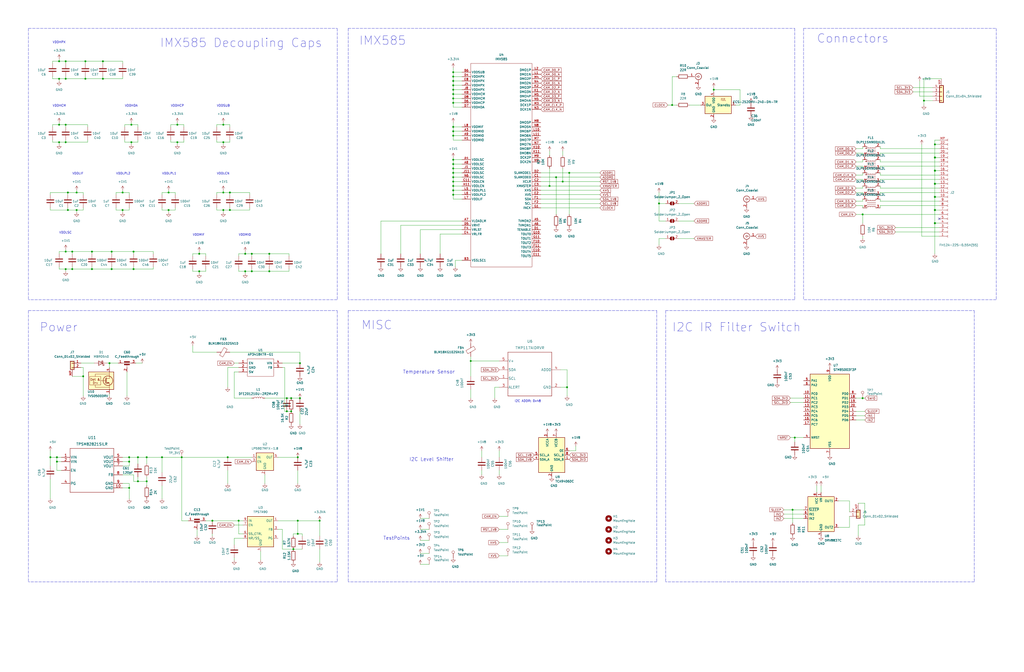
<source format=kicad_sch>
(kicad_sch (version 20211123) (generator eeschema)
  (paper "User" 594.004 389.992)
  (title_block (title "StarlightEye") (date "2024-03-23") (rev "V1.6") (company "WillWhang"))
  (lib_symbols
    (symbol "2021-03-21_22-07-02:TMP117AIDRVR" (pin_names (offset 0.254))
      (property "Reference" "U" (at 0 2.54 0))
      (property "Value" "TMP117AIDRVR" (at 0 0 0))
      (symbol "TMP117AIDRVR_1_1"
        (pin open_collector line (at -17.78 -2.54 0) (length 5.08) (name "SCL") (number "1"))
        (pin power_in line (at 17.78 -7.62 180) (length 5.08) (name "GND") (number "2"))
        (pin open_collector line (at -17.78 -7.62 0) (length 5.08) (name "ALERT") (number "3"))
        (pin input line (at 17.78 2.54 180) (length 5.08) (name "ADD0") (number "4"))
        (pin power_in line (at -17.78 7.62 0) (length 5.08) (name "V+") (number "5"))
        (pin bidirectional line (at -17.78 2.54 0) (length 5.08) (name "SDA") (number "6"))
      )
    )
    (symbol "AP3418KTR-G1:AP3418KTR-G1" (pin_names (offset 0.762))
      (property "Reference" "PS" (at 21.59 7.62 0))
      (property "Value" "AP3418KTR-G1" (at 21.59 5.08 0))
      (symbol "AP3418KTR-G1_0_0"
        (pin passive line (at 0 0 0) (length 5.08) (name "EN") (number "1"))
        (pin passive line (at 0 -2.54 0) (length 5.08) (name "GND") (number "2"))
        (pin passive line (at 0 -5.08 0) (length 5.08) (name "SW") (number "3"))
        (pin passive line (at 25.4 0 180) (length 5.08) (name "VIN") (number "4"))
        (pin passive line (at 25.4 -2.54 180) (length 5.08) (name "FB") (number "5"))
      )
    )
    (symbol "Connector:Conn_01x22_Female" (pin_names hide)
      (property "Reference" "J2" (at -22.86 -29.21 0))
      (property "Value" "FH12A-22S-0.5SH(55)" (at -5.08 30.48 0))
      (symbol "Conn_01x22_Female_1_1"
        (pin passive line (at -5.08 25.4 0) (length 3.81) (name "Pin_1") (number "1"))
        (pin passive line (at -5.08 2.54 0) (length 3.81) (name "Pin_10") (number "10"))
        (pin passive line (at -5.08 0 0) (length 3.81) (name "Pin_11") (number "11"))
        (pin passive line (at -5.08 -2.54 0) (length 3.81) (name "Pin_12") (number "12"))
        (pin passive line (at -5.08 -5.08 0) (length 3.81) (name "Pin_13") (number "13"))
        (pin passive line (at -5.08 -7.62 0) (length 3.81) (name "Pin_14") (number "14"))
        (pin passive line (at -5.08 -10.16 0) (length 3.81) (name "Pin_15") (number "15"))
        (pin passive line (at -5.08 -12.7 0) (length 3.81) (name "Pin_16") (number "16"))
        (pin passive line (at -5.08 -15.24 0) (length 3.81) (name "Pin_17") (number "17"))
        (pin passive line (at -5.08 -17.78 0) (length 3.81) (name "Pin_18") (number "18"))
        (pin passive line (at -5.08 -20.32 0) (length 3.81) (name "Pin_19") (number "19"))
        (pin passive line (at -5.08 22.86 0) (length 3.81) (name "Pin_2") (number "2"))
        (pin passive line (at -5.08 -22.86 0) (length 3.81) (name "Pin_20") (number "20"))
        (pin passive line (at -5.08 -25.4 0) (length 3.81) (name "Pin_21") (number "21"))
        (pin passive line (at -5.08 -27.94 0) (length 3.81) (name "Pin_22") (number "22"))
        (pin passive line (at -5.08 20.32 0) (length 3.81) (name "Pin_3") (number "3"))
        (pin passive line (at -5.08 17.78 0) (length 3.81) (name "Pin_4") (number "4"))
        (pin passive line (at -5.08 15.24 0) (length 3.81) (name "Pin_5") (number "5"))
        (pin passive line (at -5.08 12.7 0) (length 3.81) (name "Pin_6") (number "6"))
        (pin passive line (at -5.08 10.16 0) (length 3.81) (name "Pin_7") (number "7"))
        (pin passive line (at -5.08 7.62 0) (length 3.81) (name "Pin_8") (number "8"))
        (pin passive line (at -5.08 5.08 0) (length 3.81) (name "Pin_9") (number "9"))
        (pin passive line (at -5.08 -30.48 0) (length 3.81) (name "MP") (number "MP"))
      )
    )
    (symbol "Connector:Conn_Coaxial" (pin_names (offset 1.016) hide)
      (property "Reference" "J" (at 0.254 3.048 0))
      (property "Value" "Conn_Coaxial" (at 2.921 0 90))
      (symbol "Conn_Coaxial_1_1"
        (pin passive line (at -5.08 0 0) (length 2.54) (name "In") (number "1"))
        (pin passive line (at 0 -5.08 90) (length 2.54) (name "Ext") (number "2"))
      )
    )
    (symbol "Connector:TestPoint" (pin_numbers hide) (pin_names (offset 0.762) hide)
      (property "Reference" "TP" (at 0 6.858 0))
      (property "Value" "TestPoint" (at 0 5.08 0))
      (symbol "TestPoint_1_1"
        (pin passive line (at 0 0 90) (length 2.54) (name "1") (number "1"))
      )
    )
    (symbol "Connector_Generic_Shielded:Conn_01x02_Shielded" (pin_names (offset 1.016) hide)
      (property "Reference" "J?" (at 2.54 0.0001 0))
      (property "Value" "Conn_01x02_Shielded" (at 2.54 -2.5399 0))
      (symbol "Conn_01x02_Shielded_1_1"
        (pin passive line (at -5.08 0 0) (length 4.064) (name "Pin_1") (number "1"))
        (pin passive line (at -5.08 -2.54 0) (length 4.064) (name "Pin_2") (number "2"))
        (pin passive line (at 0 -7.62 90) (length 3.81) (name "Shield") (number "MP"))
      )
    )
    (symbol "Connector_Generic_Shielded:Conn_01x04_Shielded" (pin_names (offset 1.016) hide)
      (property "Reference" "J?" (at 2.54 0.0001 0))
      (property "Value" "Conn_01x04_Shielded" (at 2.54 -2.5399 0))
      (symbol "Conn_01x04_Shielded_1_1"
        (pin passive line (at -5.08 2.54 0) (length 4.064) (name "Pin_1") (number "1"))
        (pin passive line (at -5.08 0 0) (length 4.064) (name "Pin_2") (number "2"))
        (pin passive line (at -5.08 -2.54 0) (length 4.064) (name "Pin_3") (number "3"))
        (pin passive line (at -5.08 -5.08 0) (length 4.064) (name "Pin_4") (number "4"))
        (pin passive line (at 0 -10.16 90) (length 3.81) (name "Shield") (number "MP"))
      )
    )
    (symbol "Device:C" (pin_numbers hide) (pin_names (offset 0.254))
      (property "Reference" "C" (at 0.635 2.54 0))
      (property "Value" "C" (at 0.635 -2.54 0))
      (symbol "C_1_1"
        (pin passive line (at 0 3.81 270) (length 2.794) (name "~") (number "1"))
        (pin passive line (at 0 -3.81 90) (length 2.794) (name "~") (number "2"))
      )
    )
    (symbol "Device:C_Feedthrough" (pin_names (offset 0.254) hide)
      (property "Reference" "C" (at 0 7.62 0))
      (property "Value" "C_Feedthrough" (at 0 5.715 0))
      (symbol "C_Feedthrough_1_1"
        (pin passive line (at -5.08 2.54 0) (length 2.54) (name "1") (number "1"))
        (pin passive line (at 0 -2.54 90) (length 2.54) (name "2") (number "2"))
        (pin passive line (at 5.08 2.54 180) (length 2.54) (name "3") (number "3"))
      )
    )
    (symbol "Device:FerriteBead" (pin_numbers hide) (pin_names (offset 0))
      (property "Reference" "FB" (at -3.81 0.635 90))
      (property "Value" "FerriteBead" (at 3.81 0 90))
      (symbol "FerriteBead_1_1"
        (pin passive line (at 0 3.81 270) (length 2.54) (name "~") (number "1"))
        (pin passive line (at 0 -3.81 90) (length 2.54) (name "~") (number "2"))
      )
    )
    (symbol "Device:L" (pin_numbers hide) (pin_names (offset 1.016) hide)
      (property "Reference" "L" (at -1.27 0 90))
      (property "Value" "L" (at 1.905 0 90))
      (symbol "L_1_1"
        (pin passive line (at 0 3.81 270) (length 1.27) (name "1") (number "1"))
        (pin passive line (at 0 -3.81 90) (length 1.27) (name "2") (number "2"))
      )
    )
    (symbol "Device:R" (pin_numbers hide) (pin_names (offset 0))
      (property "Reference" "R" (at 2.032 0 90))
      (property "Value" "R" (at 0 0 90))
      (symbol "R_1_1"
        (pin passive line (at 0 3.81 270) (length 1.27) (name "~") (number "1"))
        (pin passive line (at 0 -3.81 90) (length 1.27) (name "~") (number "2"))
      )
    )
    (symbol "Diode:MBR0540" (pin_numbers hide) (pin_names (offset 1.016) hide)
      (property "Reference" "D" (at 0 2.54 0))
      (property "Value" "MBR0540" (at 0 -2.54 0))
      (symbol "MBR0540_1_1"
        (pin passive line (at -3.81 0 0) (length 2.54) (name "K") (number "1"))
        (pin passive line (at 3.81 0 180) (length 2.54) (name "A") (number "2"))
      )
    )
    (symbol "Driver_Motor:DRV8837C"
      (property "Reference" "U" (at 6.35 11.43 0))
      (property "Value" "DRV8837C" (at -10.16 11.43 0))
      (symbol "DRV8837C_1_1"
        (pin power_in line (at 0 12.7 270) (length 2.54) (name "VM") (number "1"))
        (pin output line (at 10.16 7.62 180) (length 2.54) (name "OUT1") (number "2"))
        (pin output line (at 10.16 -7.62 180) (length 2.54) (name "OUT2") (number "3"))
        (pin power_in line (at 0 -12.7 90) (length 2.54) (name "GND") (number "4"))
        (pin input line (at -10.16 -2.54 0) (length 2.54) (name "IN2") (number "5"))
        (pin input line (at -10.16 0 0) (length 2.54) (name "IN1") (number "6"))
        (pin input line (at -10.16 2.54 0) (length 2.54) (name "~{SLEEP}") (number "7"))
        (pin power_in line (at -2.54 12.7 270) (length 2.54) (name "VCC") (number "8"))
        (pin passive line (at 0 -12.7 90) (length 2.54) hide (name "GND") (number "9"))
      )
    )
    (symbol "Filter_EMI_LL_1" (pin_names (offset 0.254) hide)
      (property "Reference" "FL1" (at -0.381 7.62 0))
      (property "Value" "Filter_EMI_LL_1" (at -0.381 5.08 0))
      (symbol "Filter_EMI_LL_1_1_1"
        (pin passive line (at -5.08 2.54 0) (length 2.54) (name "1") (number "1"))
        (pin passive line (at 5.08 2.54 180) (length 2.54) (name "2") (number "2"))
        (pin passive line (at 5.08 -2.54 180) (length 2.54) (name "3") (number "3"))
        (pin passive line (at -5.08 -2.54 0) (length 2.54) (name "4") (number "4"))
      )
    )
    (symbol "IMX585:IMX585"
      (property "Reference" "U" (at 0 0 0))
      (property "Value" "IMX585" (at 0 -2.54 0))
      (symbol "IMX585_1_1"
        (pin input line (at -22.86 17.78 0) (length 5.08) (name "VDDMIO") (number "A3"))
        (pin input line (at -22.86 1.27 0) (length 5.08) (name "VDDLSC") (number "A4"))
        (pin input line (at 22.86 -34.29 180) (length 5.08) (name "TVMON2") (number "A5"))
        (pin input line (at 22.86 -36.83 180) (length 5.08) (name "TVMON1") (number "A6"))
        (pin input line (at -22.86 -34.29 0) (length 5.08) (name "VLOADLM") (number "A7"))
        (pin input line (at -22.86 -1.27 0) (length 5.08) (name "VDDLSC") (number "A8"))
        (pin input line (at -22.86 15.24 0) (length 5.08) (name "VDDMIO") (number "A9"))
        (pin input line (at -22.86 -57.15 0) (length 5.08) (name "VSSLSC1") (number "B3"))
        (pin input line (at -22.86 -57.15 0) (length 5.08) hide (name "VSSLSC2") (number "B4"))
        (pin input line (at -22.86 52.07 0) (length 5.08) (name "VDDSUB") (number "B6"))
        (pin input line (at -22.86 -57.15 0) (length 5.08) hide (name "VSSLSC3") (number "B8"))
        (pin input line (at 22.86 -8.89 180) (length 5.08) (name "SLAMODE0") (number "C1"))
        (pin input line (at -22.86 -57.15 0) (length 5.08) hide (name "VSSLCN8") (number "C10"))
        (pin input line (at -22.86 -11.43 0) (length 5.08) (name "VDDLCN") (number "C11"))
        (pin input line (at 22.86 -11.43 180) (length 5.08) (name "XCLR") (number "C2"))
        (pin input line (at 22.86 -13.97 180) (length 5.08) (name "XMASTER") (number "C3"))
        (pin input line (at -22.86 -57.15 0) (length 5.08) hide (name "VSSHPX4") (number "C5"))
        (pin input line (at -22.86 -57.15 0) (length 5.08) hide (name "VSSHCP5") (number "C6"))
        (pin input line (at -22.86 -57.15 0) (length 5.08) hide (name "VSSHDA6") (number "C7"))
        (pin input line (at -22.86 -57.15 0) (length 5.08) hide (name "VSSHPX7") (number "C8"))
        (pin input line (at 22.86 -39.37 180) (length 5.08) (name "TENABLE") (number "D1"))
        (pin input line (at 22.86 -6.35 180) (length 5.08) (name "SLAMODE1") (number "D2"))
        (pin input line (at -22.86 -57.15 0) (length 5.08) hide (name "VSSHPX9") (number "D3"))
        (pin input line (at -22.86 49.53 0) (length 5.08) (name "VDDHPX") (number "D4"))
        (pin input line (at -22.86 -36.83 0) (length 5.08) (name "VRHT") (number "D5"))
        (pin input line (at -22.86 34.29 0) (length 5.08) (name "VDDHCP") (number "D6"))
        (pin input line (at -22.86 31.75 0) (length 5.08) (name "VDDHDA") (number "D7"))
        (pin input line (at -22.86 36.83 0) (length 5.08) (name "VDDHCM") (number "D8"))
        (pin input line (at 22.86 -16.51 180) (length 5.08) (name "XHS") (number "E1"))
        (pin input line (at 22.86 -52.07 180) (length 5.08) (name "TOUT4") (number "E10"))
        (pin input line (at 22.86 -54.61 180) (length 5.08) (name "TOUT5") (number "E11"))
        (pin input line (at 22.86 -19.05 180) (length 5.08) (name "XVS") (number "E2"))
        (pin input line (at -22.86 -57.15 0) (length 5.08) hide (name "VSSHPX10") (number "E3"))
        (pin input line (at -22.86 -41.91 0) (length 5.08) (name "VRLFR") (number "E4"))
        (pin input line (at -22.86 46.99 0) (length 5.08) (name "VDDHPX") (number "E8"))
        (pin input line (at 22.86 -21.59 180) (length 5.08) (name "SDA") (number "F1"))
        (pin input line (at 22.86 -46.99 180) (length 5.08) (name "TOUT2") (number "F10"))
        (pin input line (at 22.86 -49.53 180) (length 5.08) (name "TOUT3") (number "F11"))
        (pin input line (at 22.86 -24.13 180) (length 5.08) (name "SCL") (number "F2"))
        (pin input line (at -22.86 -57.15 0) (length 5.08) hide (name "VSSHPX11") (number "F3"))
        (pin input line (at -22.86 -39.37 0) (length 5.08) (name "VRLST") (number "F4"))
        (pin input line (at -22.86 -57.15 0) (length 5.08) hide (name "VSSHPX12") (number "F8"))
        (pin input line (at 22.86 -26.67 180) (length 5.08) (name "INCK") (number "G1"))
        (pin input line (at 22.86 -41.91 180) (length 5.08) (name "TOUT0") (number "G10"))
        (pin input line (at 22.86 -44.45 180) (length 5.08) (name "TOUT1") (number "G11"))
        (pin input line (at -22.86 -57.15 0) (length 5.08) hide (name "VSSLPL213") (number "G2"))
        (pin input line (at -22.86 12.7 0) (length 5.08) (name "VDDMIO") (number "H1"))
        (pin input line (at -22.86 -57.15 0) (length 5.08) hide (name "VSSLCN17") (number "H10"))
        (pin input line (at -22.86 -13.97 0) (length 5.08) (name "VDDLCN") (number "H11"))
        (pin input line (at -22.86 -57.15 0) (length 5.08) hide (name "VSSLSC14") (number "H2"))
        (pin input line (at -22.86 -57.15 0) (length 5.08) hide (name "VSSHPX15") (number "H4"))
        (pin input line (at -22.86 -57.15 0) (length 5.08) hide (name "VSSHPX16") (number "H8"))
        (pin input line (at -22.86 -3.81 0) (length 5.08) (name "VDDLSC") (number "J1"))
        (pin input line (at -22.86 -57.15 0) (length 5.08) hide (name "VSSLSC19") (number "J10"))
        (pin input line (at -22.86 -6.35 0) (length 5.08) (name "VDDLSC") (number "J11"))
        (pin input line (at -22.86 -57.15 0) (length 5.08) hide (name "VSSLSC18") (number "J2"))
        (pin input line (at -22.86 44.45 0) (length 5.08) (name "VDDHPX") (number "J4"))
        (pin input line (at -22.86 41.91 0) (length 5.08) (name "VDDHPX") (number "J8"))
        (pin input line (at 22.86 40.64 180) (length 5.08) (name "DMO3N") (number "K1"))
        (pin input line (at 22.86 7.62 180) (length 5.08) (name "DMO8P") (number "K10"))
        (pin input line (at 22.86 5.08 180) (length 5.08) (name "DMO8N") (number "K11"))
        (pin input line (at 22.86 43.18 180) (length 5.08) (name "DMO3P") (number "K2"))
        (pin input line (at -22.86 -57.15 0) (length 5.08) hide (name "VSSLSC20") (number "K3"))
        (pin input line (at -22.86 -57.15 0) (length 5.08) hide (name "VSSLPL121") (number "K5"))
        (pin input line (at -22.86 -57.15 0) (length 5.08) hide (name "VSSLPL222") (number "K6"))
        (pin input line (at -22.86 -57.15 0) (length 5.08) hide (name "VSSHPX23") (number "K7"))
        (pin input line (at -22.86 39.37 0) (length 5.08) (name "VDDHCM") (number "K8"))
        (pin input line (at -22.86 -57.15 0) (length 5.08) hide (name "VSSLSC24") (number "K9"))
        (pin input line (at 22.86 50.8 180) (length 5.08) (name "DMO1N") (number "L1"))
        (pin input line (at 22.86 17.78 180) (length 5.08) (name "DMO6P") (number "L10"))
        (pin input line (at 22.86 15.24 180) (length 5.08) (name "DMO6N") (number "L11"))
        (pin input line (at 22.86 53.34 180) (length 5.08) (name "DMO1P") (number "L2"))
        (pin input line (at -22.86 -57.15 0) (length 5.08) hide (name "VSSLSC25") (number "L3"))
        (pin input line (at -22.86 -16.51 0) (length 5.08) (name "VDDLPL1") (number "L5"))
        (pin input line (at -22.86 -19.05 0) (length 5.08) (name "VDDLPL2") (number "L6"))
        (pin input line (at -22.86 -21.59 0) (length 5.08) (name "VDDLIF") (number "L7"))
        (pin input line (at -22.86 20.32 0) (length 5.08) (name "VDDMIF") (number "L8"))
        (pin input line (at -22.86 -57.15 0) (length 5.08) hide (name "VSSLSC26") (number "L9"))
        (pin input line (at 22.86 33.02 180) (length 5.08) (name "DCK1P") (number "M3"))
        (pin input line (at 22.86 48.26 180) (length 5.08) (name "DMO2P") (number "M4"))
        (pin input line (at 22.86 38.1 180) (length 5.08) (name "DMO4P") (number "M5"))
        (pin input line (at -22.86 -57.15 0) (length 5.08) hide (name "VSSLSC27") (number "M6"))
        (pin input line (at 22.86 12.7 180) (length 5.08) (name "DMO7P") (number "M7"))
        (pin input line (at 22.86 22.86 180) (length 5.08) (name "DMO5P") (number "M8"))
        (pin input line (at 22.86 2.54 180) (length 5.08) (name "DCK2P") (number "M9"))
        (pin input line (at 22.86 30.48 180) (length 5.08) (name "DCK1N") (number "N3"))
        (pin input line (at 22.86 45.72 180) (length 5.08) (name "DMO2N") (number "N4"))
        (pin input line (at 22.86 35.56 180) (length 5.08) (name "DMO4N") (number "N5"))
        (pin input line (at -22.86 -8.89 0) (length 5.08) (name "VDDLSC") (number "N6"))
        (pin input line (at 22.86 10.16 180) (length 5.08) (name "DMO7N") (number "N7"))
        (pin input line (at 22.86 20.32 180) (length 5.08) (name "DMO5N") (number "N8"))
        (pin input line (at 22.86 0 180) (length 5.08) (name "DCK2N") (number "N9"))
      )
    )
    (symbol "Interface:TCA9406DC"
      (property "Reference" "U" (at -7.62 11.43 0))
      (property "Value" "TCA9406DC" (at 5.08 11.43 0))
      (symbol "TCA9406DC_1_1"
        (pin bidirectional line (at 10.16 -2.54 180) (length 2.54) (name "SDA_B") (number "1"))
        (pin power_in line (at 0 -12.7 90) (length 2.54) (name "GND") (number "2"))
        (pin power_in line (at -2.54 12.7 270) (length 2.54) (name "VCCA") (number "3"))
        (pin bidirectional line (at -10.16 -2.54 0) (length 2.54) (name "SDA_A") (number "4"))
        (pin bidirectional line (at -10.16 0 0) (length 2.54) (name "SCL_A") (number "5"))
        (pin input line (at 10.16 2.54 180) (length 2.54) (name "OE") (number "6"))
        (pin power_in line (at 2.54 12.7 270) (length 2.54) (name "VCCB") (number "7"))
        (pin bidirectional line (at 10.16 0 180) (length 2.54) (name "SCL_B") (number "8"))
      )
    )
    (symbol "Jumper:SolderJumper_2_Open" (pin_names (offset 0) hide)
      (property "Reference" "JP" (at 0 2.032 0))
      (property "Value" "SolderJumper_2_Open" (at 0 -2.54 0))
      (symbol "SolderJumper_2_Open_1_1"
        (pin passive line (at -3.81 0 0) (length 2.54) (name "A") (number "1"))
        (pin passive line (at 3.81 0 180) (length 2.54) (name "B") (number "2"))
      )
    )
    (symbol "MCU_ST_STM8:STM8S003F3P"
      (property "Reference" "U?" (at 2.0194 26.67 0))
      (property "Value" "STM8S003F3P" (at 2.0194 24.13 0))
      (symbol "STM8S003F3P_1_1"
        (pin bidirectional line (at 15.24 0 180) (length 3.81) (name "PD4") (number "1"))
        (pin bidirectional line (at -15.24 10.16 0) (length 3.81) (name "PC0") (number "10"))
        (pin bidirectional line (at -15.24 7.62 0) (length 3.81) (name "PC1") (number "11"))
        (pin bidirectional line (at -15.24 5.08 0) (length 3.81) (name "PC2") (number "12"))
        (pin bidirectional line (at -15.24 2.54 0) (length 3.81) (name "PC3") (number "13"))
        (pin bidirectional line (at -15.24 0 0) (length 3.81) (name "PC4") (number "14"))
        (pin bidirectional line (at -15.24 -2.54 0) (length 3.81) (name "PC5") (number "15"))
        (pin bidirectional line (at -15.24 -5.08 0) (length 3.81) (name "PC6") (number "16"))
        (pin bidirectional line (at -15.24 -7.62 0) (length 3.81) (name "PC7") (number "17"))
        (pin bidirectional line (at 15.24 7.62 180) (length 3.81) (name "PD1") (number "18"))
        (pin bidirectional line (at 15.24 5.08 180) (length 3.81) (name "PD2") (number "19"))
        (pin bidirectional line (at 15.24 -2.54 180) (length 3.81) (name "PD5") (number "2"))
        (pin bidirectional line (at 15.24 2.54 180) (length 3.81) (name "PD3") (number "20"))
        (pin bidirectional line (at 15.24 -5.08 180) (length 3.81) (name "PD6") (number "3"))
        (pin input line (at -15.24 -15.24 0) (length 3.81) (name "NRST") (number "4"))
        (pin bidirectional line (at -15.24 17.78 0) (length 3.81) (name "PA1") (number "5"))
        (pin bidirectional line (at -15.24 15.24 0) (length 3.81) (name "PA2") (number "6"))
        (pin power_in line (at 0 -25.4 90) (length 3.81) (name "VSS") (number "7"))
        (pin passive line (at 15.24 10.16 180) (length 3.81) (name "PD0") (number "8"))
        (pin power_in line (at 0 25.4 270) (length 3.81) (name "VDD") (number "9"))
      )
    )
    (symbol "Mechanical:MountingHole" (pin_names (offset 1.016))
      (property "Reference" "H" (at 0 5.08 0))
      (property "Value" "MountingHole" (at 0 3.175 0))
    )
    (symbol "Oscillator:ASDMB-xxxMHz"
      (property "Reference" "U" (at -6.35 6.35 0))
      (property "Value" "ASDMB-xxxMHz" (at 11.43 6.35 0))
      (symbol "ASDMB-xxxMHz_1_1"
        (pin input line (at -10.16 0 0) (length 2.54) (name "Standby") (number "1"))
        (pin power_in line (at 2.54 -7.62 90) (length 2.54) (name "GND") (number "2"))
        (pin output line (at 10.16 0 180) (length 2.54) (name "Out") (number "3"))
        (pin power_in line (at 2.54 7.62 270) (length 2.54) (name "VDD") (number "4"))
      )
    )
    (symbol "Power_Protection:TVS0500DRV" (pin_names (offset 0) hide)
      (property "Reference" "U" (at 2.54 1.27 0))
      (property "Value" "TVS0500DRV" (at 2.54 -1.27 0))
      (symbol "TVS0500DRV_0_0"
        (text "Det &" (at -8.255 0.635 0) (effects (font (size 1.27 1.27))))
        (text "Drv" (at -8.255 -1.27 0) (effects (font (size 1.27 1.27))))
      )
      (symbol "TVS0500DRV_1_1"
        (pin power_in line (at 0 -7.62 90) (length 2.54) (name "GND") (number "1"))
        (pin power_in line (at 0 -7.62 90) (length 2.54) hide (name "GND") (number "2"))
        (pin power_in line (at 0 -7.62 90) (length 2.54) hide (name "GND") (number "3"))
        (pin passive line (at 0 7.62 270) (length 2.54) (name "IN") (number "4"))
        (pin passive line (at 0 7.62 270) (length 2.54) hide (name "IN") (number "5"))
        (pin passive line (at 0 7.62 270) (length 2.54) hide (name "IN") (number "6"))
        (pin power_in line (at 0 -7.62 90) (length 2.54) hide (name "GND") (number "7"))
      )
    )
    (symbol "Regulator_Linear:LP5907MFX-1.8"
      (property "Reference" "U" (at -3.81 6.35 0))
      (property "Value" "LP5907MFX-1.8" (at 6.35 6.35 0))
      (symbol "LP5907MFX-1.8_0_1"
        (pin power_in line (at -7.62 2.54 0) (length 2.54) (name "IN") (number "1"))
        (pin power_in line (at 0 -7.62 90) (length 2.54) (name "GND") (number "2"))
        (pin input line (at -7.62 0 0) (length 2.54) (name "EN") (number "3"))
        (pin no_connect line (at 5.08 0 180) (length 2.54) hide (name "NC") (number "4"))
        (pin power_out line (at 7.62 2.54 180) (length 2.54) (name "OUT") (number "5"))
      )
    )
    (symbol "Regulator_Linear:TPS7A90"
      (property "Reference" "U" (at -6.35 11.43 0))
      (property "Value" "TPS7A90" (at 3.81 11.43 0))
      (symbol "TPS7A90_1_1"
        (pin power_out line (at 10.16 7.62 180) (length 2.54) (name "OUT") (number "1"))
        (pin passive line (at -10.16 7.62 0) (length 2.54) hide (name "IN") (number "10"))
        (pin passive line (at 0 -10.16 90) (length 2.54) hide (name "GND") (number "11"))
        (pin passive line (at 10.16 7.62 180) (length 2.54) hide (name "OUT") (number "2"))
        (pin input line (at 10.16 2.54 180) (length 2.54) (name "FB") (number "3"))
        (pin power_in line (at 0 -10.16 90) (length 2.54) (name "GND") (number "4"))
        (pin open_collector line (at 10.16 -2.54 180) (length 2.54) (name "PG") (number "5"))
        (pin input line (at -10.16 0 0) (length 2.54) (name "SS_CTRL") (number "6"))
        (pin input line (at -10.16 5.08 0) (length 2.54) (name "EN") (number "7"))
        (pin passive line (at -10.16 -2.54 0) (length 2.54) (name "NR/SS") (number "8"))
        (pin power_in line (at -10.16 7.62 0) (length 2.54) (name "IN") (number "9"))
      )
    )
    (symbol "TPSM82821SILR:TPSM82821SILR" (pin_names (offset 0.254))
      (property "Reference" "U" (at 0 2.54 0))
      (property "Value" "TPSM82821SILR" (at 0 0 0))
      (symbol "TPSM82821SILR_1_1"
        (pin power_in line (at -17.78 7.62 0) (length 5.08) (name "VIN") (number "1"))
        (pin power_in line (at 17.78 -10.16 180) (length 5.08) (name "GND") (number "10"))
        (pin power_in line (at -17.78 5.08 0) (length 5.08) (name "VIN") (number "2"))
        (pin input line (at -17.78 0 0) (length 5.08) (name "EN") (number "3"))
        (pin open_collector line (at -17.78 -7.62 0) (length 5.08) (name "PG") (number "4"))
        (pin power_in line (at 17.78 7.62 180) (length 5.08) (name "VOUT") (number "5"))
        (pin power_in line (at 17.78 5.08 180) (length 5.08) (name "VOUT") (number "6"))
        (pin power_in line (at 17.78 2.54 180) (length 5.08) (name "VOUT") (number "7"))
        (pin input line (at 17.78 -2.54 180) (length 5.08) (name "FB") (number "8"))
        (pin power_in line (at 17.78 -7.62 180) (length 5.08) (name "GND") (number "9"))
      )
    )
    (symbol "power:+1V1" (power) (pin_names (offset 0))
      (property "Value" "+1V1" (at 0 3.556 0))
      (symbol "+1V1_1_1"
        (pin power_in line (at 0 0 90) (length 0) hide (name "+1V1") (number "1"))
      )
    )
    (symbol "power:+1V8" (power) (pin_names (offset 0))
      (property "Value" "+1V8" (at 0 3.556 0))
      (symbol "+1V8_1_1"
        (pin power_in line (at 0 0 90) (length 0) hide (name "+1V8") (number "1"))
      )
    )
    (symbol "power:+3.3V" (power) (pin_names (offset 0))
      (property "Value" "+3.3V" (at 0 3.556 0))
      (symbol "+3.3V_1_1"
        (pin power_in line (at 0 0 90) (length 0) hide (name "+3V3") (number "1"))
      )
    )
    (symbol "power:+3.3VA" (power) (pin_names (offset 0))
      (property "Value" "+3.3VA" (at 0 3.556 0))
      (symbol "+3.3VA_1_1"
        (pin power_in line (at 0 0 90) (length 0) hide (name "+3.3VA") (number "1"))
      )
    )
    (symbol "power:+5V" (power) (pin_names (offset 0))
      (property "Value" "+5V" (at 0 3.556 0))
      (symbol "+5V_1_1"
        (pin power_in line (at 0 0 90) (length 0) hide (name "+5V") (number "1"))
      )
    )
    (symbol "power:GND" (power) (pin_names (offset 0))
      (property "Value" "GND" (at 0 -3.81 0))
      (symbol "GND_1_1"
        (pin power_in line (at 0 0 270) (length 0) hide (name "GND") (number "1"))
      )
    )
  )
  (junction (at 97.79 121.92))
  (junction (at 74.93 283.21))
  (junction (at 138.43 302.26))
  (junction (at 74.93 267.97))
  (junction (at 34.29 72.39))
  (junction (at 34.29 82.55))
  (junction (at 326.39 105.41))
  (junction (at 262.89 100.33))
  (junction (at 34.29 35.56))
  (junction (at 44.45 111.76))
  (junction (at 500.38 231.14))
  (junction (at 129.54 121.92))
  (junction (at 262.89 54.61))
  (junction (at 185.42 302.26))
  (junction (at 41.91 146.05))
  (junction (at 173.99 231.14))
  (junction (at 172.72 309.88))
  (junction (at 273.05 209.55))
  (junction (at 132.08 265.43))
  (junction (at 41.91 156.21))
  (junction (at 262.89 95.25))
  (junction (at 262.89 97.79))
  (junction (at 93.98 265.43))
  (junction (at 459.74 295.91))
  (junction (at 262.89 49.53))
  (junction (at 328.93 224.79))
  (junction (at 105.41 265.43))
  (junction (at 173.99 210.82))
  (junction (at 129.54 111.76))
  (junction (at 76.2 72.39))
  (junction (at 39.37 111.76))
  (junction (at 77.47 146.05))
  (junction (at 156.21 157.48))
  (junction (at 330.2 100.33))
  (junction (at 74.93 265.43))
  (junction (at 156.21 147.32))
  (junction (at 33.02 265.43))
  (junction (at 414.02 52.07))
  (junction (at 262.89 105.41))
  (junction (at 123.19 302.26))
  (junction (at 542.29 129.54) (diameter 1.016))
  (junction (at 382.27 118.11))
  (junction (at 129.54 72.39))
  (junction (at 59.69 45.72))
  (junction (at 166.37 238.76))
  (junction (at 262.89 110.49))
  (junction (at 115.57 147.32))
  (junction (at 49.53 35.56))
  (junction (at 262.89 92.71))
  (junction (at 71.12 111.76))
  (junction (at 262.89 107.95))
  (junction (at 172.72 302.26))
  (junction (at 146.05 147.32))
  (junction (at 85.09 265.43))
  (junction (at 85.09 279.4))
  (junction (at 38.1 82.55))
  (junction (at 542.29 99.06) (diameter 1.016))
  (junction (at 168.91 238.76))
  (junction (at 389.89 60.96))
  (junction (at 102.87 82.55))
  (junction (at 38.1 146.05))
  (junction (at 500.38 124.46))
  (junction (at 542.29 106.68) (diameter 1.016))
  (junction (at 535.94 58.42))
  (junction (at 322.58 102.87))
  (junction (at 80.01 265.43))
  (junction (at 146.05 157.48))
  (junction (at 262.89 41.91))
  (junction (at 262.89 102.87))
  (junction (at 53.34 146.05))
  (junction (at 262.89 44.45))
  (junction (at 76.2 82.55))
  (junction (at 262.89 73.66))
  (junction (at 38.1 72.39))
  (junction (at 38.1 45.72))
  (junction (at 102.87 72.39))
  (junction (at 133.35 121.92))
  (junction (at 542.29 114.3) (diameter 1.016))
  (junction (at 49.53 45.72))
  (junction (at 461.01 254))
  (junction (at 262.89 78.74))
  (junction (at 115.57 157.48))
  (junction (at 542.29 121.92) (diameter 1.016))
  (junction (at 29.21 265.43))
  (junction (at 71.12 121.92))
  (junction (at 262.89 113.03))
  (junction (at 168.91 231.14))
  (junction (at 44.45 121.92))
  (junction (at 80.01 279.4))
  (junction (at 542.29 91.44) (diameter 1.016))
  (junction (at 262.89 57.15))
  (junction (at 38.1 35.56))
  (junction (at 262.89 76.2))
  (junction (at 262.89 46.99))
  (junction (at 133.35 111.76))
  (junction (at 34.29 45.72))
  (junction (at 172.72 265.43))
  (junction (at 33.02 267.97))
  (junction (at 542.29 83.82))
  (junction (at 38.1 156.21))
  (junction (at 142.24 147.32))
  (junction (at 48.26 218.44))
  (junction (at 262.89 52.07))
  (junction (at 129.54 82.55))
  (junction (at 39.37 121.92))
  (junction (at 77.47 156.21))
  (junction (at 262.89 59.69))
  (junction (at 64.77 146.05))
  (junction (at 166.37 231.14))
  (junction (at 53.34 156.21))
  (junction (at 170.18 318.77))
  (junction (at 318.77 107.95))
  (junction (at 142.24 157.48))
  (junction (at 97.79 111.76))
  (junction (at 64.77 156.21))
  (junction (at 59.69 35.56))
  (junction (at 63.5 210.82))
  (no_connect (at 544.83 127))
  (wire (pts (xy 59.69 35.56) (xy 59.69 36.83)))
  (wire (pts (xy 262.89 78.74) (xy 262.89 76.2)))
  (wire (pts (xy 129.54 72.39) (xy 133.35 72.39)))
  (wire (pts (xy 262.89 76.2) (xy 262.89 73.66)))
  (wire (pts (xy 71.12 36.83) (xy 71.12 35.56)))
  (wire (pts (xy 386.08 138.43) (xy 382.27 138.43)))
  (wire (pts (xy 262.89 54.61) (xy 262.89 52.07)))
  (wire (pts (xy 115.57 157.48) (xy 115.57 158.75)))
  (wire (pts (xy 156.21 157.48) (xy 146.05 157.48)))
  (wire (pts (xy 500.38 124.46) (xy 544.83 124.46)))
  (wire (pts (xy 30.48 36.83) (xy 30.48 35.56)))
  (wire (pts (xy 138.43 302.26) (xy 140.97 302.26)))
  (wire (pts (xy 510.54 116.84) (xy 544.83 116.84)))
  (wire (pts (xy 151.13 320.04) (xy 151.13 325.12)))
  (wire (pts (xy 279.4 273.05) (xy 279.4 275.59)))
  (wire (pts (xy 318.77 87.63) (xy 318.77 90.17)))
  (wire (pts (xy 30.48 44.45) (xy 30.48 45.72)))
  (wire (pts (xy 496.57 124.46) (xy 500.38 124.46)))
  (wire (pts (xy 102.87 71.12) (xy 102.87 72.39)))
  (wire (pts (xy 41.91 218.44) (xy 48.26 218.44)))
  (wire (pts (xy 125.73 72.39) (xy 129.54 72.39)))
  (wire (pts (xy 59.69 35.56) (xy 71.12 35.56)))
  (wire (pts (xy 328.93 214.63) (xy 328.93 224.79)))
  (wire (pts (xy 44.45 110.49) (xy 44.45 111.76)))
  (wire (pts (xy 161.29 302.26) (xy 172.72 302.26)))
  (wire (pts (xy 144.78 121.92) (xy 133.35 121.92)))
  (wire (pts (xy 125.73 113.03) (xy 125.73 111.76)))
  (wire (pts (xy 62.23 210.82) (xy 63.5 210.82)))
  (wire (pts (xy 142.24 157.48) (xy 146.05 157.48)))
  (wire (pts (xy 67.31 113.03) (xy 67.31 111.76)))
  (wire (pts (xy 542.29 114.3) (xy 544.83 114.3)))
  (wire (pts (xy 510.54 119.38) (xy 544.83 119.38)))
  (wire (pts (xy 129.54 110.49) (xy 129.54 111.76)))
  (wire (pts (xy 38.1 146.05) (xy 41.91 146.05)))
  (wire (pts (xy 262.89 46.99) (xy 267.97 46.99)))
  (wire (pts (xy 38.1 156.21) (xy 41.91 156.21)))
  (wire (pts (xy 326.39 87.63) (xy 326.39 90.17)))
  (wire (pts (xy 289.56 307.34) (xy 294.64 307.34)))
  (wire (pts (xy 72.39 73.66) (xy 72.39 72.39)))
  (wire (pts (xy 542.29 91.44) (xy 542.29 99.06)))
  (wire (pts (xy 38.1 44.45) (xy 38.1 45.72)))
  (wire (pts (xy 500.38 109.22) (xy 500.38 107.95)))
  (wire (pts (xy 414.02 50.8) (xy 414.02 52.07)))
  (wire (pts (xy 111.76 156.21) (xy 111.76 157.48)))
  (wire (pts (xy 48.26 111.76) (xy 48.26 113.03)))
  (wire (pts (xy 313.69 102.87) (xy 322.58 102.87)))
  (wire (pts (xy 262.89 81.28) (xy 262.89 78.74)))
  (wire (pts (xy 41.91 146.05) (xy 41.91 147.32)))
  (wire (pts (xy 41.91 146.05) (xy 53.34 146.05)))
  (wire (pts (xy 185.42 302.26) (xy 185.42 311.15)))
  (wire (pts (xy 161.29 265.43) (xy 172.72 265.43)))
  (wire (pts (xy 382.27 111.76) (xy 382.27 118.11)))
  (wire (pts (xy 59.69 44.45) (xy 59.69 45.72)))
  (wire (pts (xy 71.12 44.45) (xy 71.12 45.72)))
  (wire (pts (xy 243.84 300.99) (xy 248.92 300.99)))
  (wire (pts (xy 510.54 116.84) (xy 510.54 115.57)))
  (wire (pts (xy 53.34 156.21) (xy 41.91 156.21)))
  (wire (pts (xy 80.01 265.43) (xy 80.01 269.24)))
  (wire (pts (xy 77.47 146.05) (xy 77.47 147.32)))
  (wire (pts (xy 78.74 210.82) (xy 82.55 210.82)))
  (polyline (pts (xy 16.51 16.51) (xy 195.58 16.51)))
  (wire (pts (xy 510.54 96.52) (xy 544.83 96.52)))
  (wire (pts (xy 243.84 313.69) (xy 248.92 313.69)))
  (wire (pts (xy 99.06 73.66) (xy 99.06 72.39)))
  (wire (pts (xy 30.48 73.66) (xy 30.48 72.39)))
  (wire (pts (xy 41.91 154.94) (xy 41.91 156.21)))
  (wire (pts (xy 80.01 279.4) (xy 85.09 279.4)))
  (wire (pts (xy 146.05 156.21) (xy 146.05 157.48)))
  (wire (pts (xy 541.02 55.88) (xy 533.4 55.88)))
  (polyline (pts (xy 466.09 16.51) (xy 577.85 16.51)))
  (wire (pts (xy 34.29 45.72) (xy 38.1 45.72)))
  (wire (pts (xy 29.21 121.92) (xy 39.37 121.92)))
  (polyline (pts (xy 577.85 16.51) (xy 577.85 173.99)))
  (wire (pts (xy 67.31 121.92) (xy 71.12 121.92)))
  (wire (pts (xy 542.29 129.54) (xy 544.83 129.54)))
  (wire (pts (xy 262.89 102.87) (xy 267.97 102.87)))
  (wire (pts (xy 114.3 307.34) (xy 114.3 311.15)))
  (polyline (pts (xy 195.58 180.34) (xy 195.58 337.82)))
  (wire (pts (xy 46.99 213.36) (xy 48.26 213.36)))
  (wire (pts (xy 30.48 45.72) (xy 34.29 45.72)))
  (wire (pts (xy 132.08 213.36) (xy 132.08 224.79)))
  (wire (pts (xy 458.47 231.14) (xy 466.09 231.14)))
  (wire (pts (xy 426.72 60.96) (xy 429.26 60.96)))
  (wire (pts (xy 313.69 100.33) (xy 330.2 100.33)))
  (wire (pts (xy 93.98 121.92) (xy 97.79 121.92)))
  (wire (pts (xy 322.58 102.87) (xy 347.98 102.87)))
  (wire (pts (xy 326.39 97.79) (xy 326.39 105.41)))
  (polyline (pts (xy 386.08 180.34) (xy 565.15 180.34)))
  (wire (pts (xy 30.48 35.56) (xy 34.29 35.56)))
  (wire (pts (xy 262.89 102.87) (xy 262.89 100.33)))
  (wire (pts (xy 93.98 274.32) (xy 93.98 265.43)))
  (wire (pts (xy 34.29 71.12) (xy 34.29 72.39)))
  (wire (pts (xy 50.8 72.39) (xy 38.1 72.39)))
  (wire (pts (xy 389.89 60.96) (xy 392.43 60.96)))
  (wire (pts (xy 262.89 57.15) (xy 262.89 54.61)))
  (wire (pts (xy 170.18 309.88) (xy 172.72 309.88)))
  (wire (pts (xy 500.38 124.46) (xy 500.38 129.54)))
  (wire (pts (xy 496.57 104.14) (xy 500.38 104.14)))
  (wire (pts (xy 313.69 120.65) (xy 347.98 120.65)))
  (wire (pts (xy 262.89 92.71) (xy 262.89 91.44)))
  (wire (pts (xy 29.21 261.62) (xy 29.21 265.43)))
  (wire (pts (xy 492.76 299.72) (xy 492.76 306.07)))
  (wire (pts (xy 29.21 265.43) (xy 33.02 265.43)))
  (wire (pts (xy 101.6 120.65) (xy 101.6 121.92)))
  (wire (pts (xy 153.67 231.14) (xy 166.37 231.14)))
  (wire (pts (xy 510.54 100.33) (xy 510.54 101.6)))
  (wire (pts (xy 39.37 111.76) (xy 39.37 113.03)))
  (wire (pts (xy 34.29 82.55) (xy 38.1 82.55)))
  (wire (pts (xy 262.89 59.69) (xy 267.97 59.69)))
  (wire (pts (xy 496.57 238.76) (xy 501.65 238.76)))
  (wire (pts (xy 330.2 100.33) (xy 330.2 124.46)))
  (wire (pts (xy 243.84 307.34) (xy 248.92 307.34)))
  (wire (pts (xy 125.73 120.65) (xy 125.73 121.92)))
  (wire (pts (xy 476.25 281.94) (xy 476.25 285.75)))
  (wire (pts (xy 39.37 111.76) (xy 44.45 111.76)))
  (wire (pts (xy 262.89 110.49) (xy 267.97 110.49)))
  (wire (pts (xy 140.97 309.88) (xy 138.43 309.88)))
  (wire (pts (xy 93.98 113.03) (xy 93.98 111.76)))
  (wire (pts (xy 35.56 273.05) (xy 33.02 273.05)))
  (wire (pts (xy 542.29 114.3) (xy 542.29 121.92)))
  (wire (pts (xy 542.29 106.68) (xy 544.83 106.68)))
  (wire (pts (xy 135.89 312.42) (xy 135.89 316.23)))
  (wire (pts (xy 138.43 157.48) (xy 142.24 157.48)))
  (wire (pts (xy 273.05 209.55) (xy 273.05 218.44)))
  (wire (pts (xy 156.21 156.21) (xy 156.21 157.48)))
  (wire (pts (xy 34.29 45.72) (xy 34.29 46.99)))
  (wire (pts (xy 496.57 231.14) (xy 500.38 231.14)))
  (wire (pts (xy 33.02 267.97) (xy 33.02 265.43)))
  (wire (pts (xy 267.97 128.27) (xy 220.98 128.27)))
  (wire (pts (xy 133.35 72.39) (xy 133.35 73.66)))
  (wire (pts (xy 39.37 120.65) (xy 39.37 121.92)))
  (wire (pts (xy 38.1 35.56) (xy 38.1 36.83)))
  (wire (pts (xy 535.94 58.42) (xy 535.94 60.96)))
  (wire (pts (xy 167.64 147.32) (xy 156.21 147.32)))
  (wire (pts (xy 115.57 146.05) (xy 115.57 147.32)))
  (wire (pts (xy 71.12 111.76) (xy 74.93 111.76)))
  (wire (pts (xy 262.89 97.79) (xy 262.89 95.25)))
  (wire (pts (xy 262.89 113.03) (xy 267.97 113.03)))
  (wire (pts (xy 64.77 146.05) (xy 64.77 147.32)))
  (wire (pts (xy 500.38 100.33) (xy 500.38 101.6)))
  (wire (pts (xy 267.97 81.28) (xy 262.89 81.28)))
  (wire (pts (xy 76.2 71.12) (xy 76.2 72.39)))
  (wire (pts (xy 33.02 273.05) (xy 33.02 267.97)))
  (polyline (pts (xy 565.15 180.34) (xy 565.15 337.82)))
  (wire (pts (xy 542.29 99.06) (xy 544.83 99.06)))
  (wire (pts (xy 510.54 86.36) (xy 510.54 85.09)))
  (polyline (pts (xy 466.09 16.51) (xy 466.09 173.99)))
  (wire (pts (xy 267.97 151.13) (xy 264.16 151.13)))
  (wire (pts (xy 429.26 52.07) (xy 414.02 52.07)))
  (wire (pts (xy 74.93 267.97) (xy 74.93 265.43)))
  (wire (pts (xy 129.54 111.76) (xy 133.35 111.76)))
  (wire (pts (xy 111.76 148.59) (xy 111.76 147.32)))
  (wire (pts (xy 454.66 295.91) (xy 459.74 295.91)))
  (wire (pts (xy 262.89 92.71) (xy 267.97 92.71)))
  (wire (pts (xy 119.38 147.32) (xy 119.38 148.59)))
  (wire (pts (xy 125.73 81.28) (xy 125.73 82.55)))
  (wire (pts (xy 71.12 280.67) (xy 74.93 280.67)))
  (wire (pts (xy 93.98 265.43) (xy 85.09 265.43)))
  (wire (pts (xy 500.38 93.98) (xy 500.38 92.71)))
  (wire (pts (xy 454.66 298.45) (xy 466.09 298.45)))
  (wire (pts (xy 153.67 275.59) (xy 153.67 280.67)))
  (wire (pts (xy 72.39 82.55) (xy 76.2 82.55)))
  (wire (pts (xy 501.65 292.1) (xy 501.65 304.8)))
  (wire (pts (xy 50.8 82.55) (xy 38.1 82.55)))
  (wire (pts (xy 138.43 215.9) (xy 135.89 215.9)))
  (polyline (pts (xy 195.58 337.82) (xy 16.51 337.82)))
  (wire (pts (xy 542.29 81.28) (xy 542.29 83.82)))
  (wire (pts (xy 534.67 83.82) (xy 534.67 137.16)))
  (wire (pts (xy 262.89 95.25) (xy 267.97 95.25)))
  (wire (pts (xy 34.29 156.21) (xy 38.1 156.21)))
  (wire (pts (xy 102.87 82.55) (xy 102.87 83.82)))
  (wire (pts (xy 262.89 100.33) (xy 267.97 100.33)))
  (wire (pts (xy 262.89 115.57) (xy 262.89 113.03)))
  (wire (pts (xy 49.53 44.45) (xy 49.53 45.72)))
  (wire (pts (xy 85.09 276.86) (xy 85.09 279.4)))
  (wire (pts (xy 496.57 243.84) (xy 501.65 243.84)))
  (wire (pts (xy 71.12 265.43) (xy 74.93 265.43)))
  (wire (pts (xy 29.21 265.43) (xy 29.21 270.51)))
  (wire (pts (xy 111.76 204.47) (xy 125.73 204.47)))
  (wire (pts (xy 546.1 45.72) (xy 535.94 45.72)))
  (wire (pts (xy 392.43 44.45) (xy 389.89 44.45)))
  (wire (pts (xy 71.12 45.72) (xy 59.69 45.72)))
  (wire (pts (xy 133.35 111.76) (xy 144.78 111.76)))
  (wire (pts (xy 232.41 130.81) (xy 232.41 147.32)))
  (wire (pts (xy 318.77 107.95) (xy 347.98 107.95)))
  (wire (pts (xy 542.29 83.82) (xy 542.29 91.44)))
  (wire (pts (xy 165.1 238.76) (xy 166.37 238.76)))
  (wire (pts (xy 93.98 281.94) (xy 93.98 289.56)))
  (wire (pts (xy 542.29 121.92) (xy 542.29 129.54)))
  (wire (pts (xy 133.35 204.47) (xy 173.99 204.47)))
  (wire (pts (xy 64.77 156.21) (xy 53.34 156.21)))
  (wire (pts (xy 74.93 265.43) (xy 80.01 265.43)))
  (wire (pts (xy 76.2 82.55) (xy 76.2 83.82)))
  (wire (pts (xy 133.35 111.76) (xy 133.35 113.03)))
  (wire (pts (xy 414.02 52.07) (xy 414.02 53.34)))
  (wire (pts (xy 313.69 105.41) (xy 326.39 105.41)))
  (wire (pts (xy 30.48 72.39) (xy 34.29 72.39)))
  (wire (pts (xy 500.38 104.14) (xy 500.38 105.41)))
  (wire (pts (xy 80.01 276.86) (xy 80.01 279.4)))
  (wire (pts (xy 53.34 154.94) (xy 53.34 156.21)))
  (wire (pts (xy 97.79 111.76) (xy 101.6 111.76)))
  (wire (pts (xy 510.54 88.9) (xy 544.83 88.9)))
  (wire (pts (xy 473.71 281.94) (xy 473.71 285.75)))
  (wire (pts (xy 38.1 81.28) (xy 38.1 82.55)))
  (wire (pts (xy 262.89 76.2) (xy 267.97 76.2)))
  (wire (pts (xy 168.91 231.14) (xy 173.99 231.14)))
  (wire (pts (xy 39.37 121.92) (xy 44.45 121.92)))
  (wire (pts (xy 30.48 81.28) (xy 30.48 82.55)))
  (wire (pts (xy 542.29 91.44) (xy 544.83 91.44)))
  (wire (pts (xy 510.54 107.95) (xy 510.54 109.22)))
  (polyline (pts (xy 201.93 180.34) (xy 201.93 337.82)))
  (wire (pts (xy 71.12 275.59) (xy 77.47 275.59)))
  (wire (pts (xy 459.74 295.91) (xy 459.74 303.53)))
  (wire (pts (xy 262.89 44.45) (xy 262.89 41.91)))
  (polyline (pts (xy 201.93 16.51) (xy 201.93 173.99)))
  (wire (pts (xy 279.4 261.62) (xy 279.4 265.43)))
  (wire (pts (xy 243.84 133.35) (xy 243.84 147.32)))
  (wire (pts (xy 542.29 129.54) (xy 542.29 147.32)))
  (wire (pts (xy 109.22 302.26) (xy 105.41 302.26)))
  (wire (pts (xy 510.54 101.6) (xy 544.83 101.6)))
  (wire (pts (xy 313.69 113.03) (xy 347.98 113.03)))
  (wire (pts (xy 510.54 86.36) (xy 544.83 86.36)))
  (wire (pts (xy 111.76 204.47) (xy 111.76 200.66)))
  (wire (pts (xy 77.47 154.94) (xy 77.47 156.21)))
  (wire (pts (xy 80.01 81.28) (xy 80.01 82.55)))
  (wire (pts (xy 74.93 120.65) (xy 74.93 121.92)))
  (wire (pts (xy 138.43 302.26) (xy 138.43 309.88)))
  (wire (pts (xy 34.29 146.05) (xy 38.1 146.05)))
  (polyline (pts (xy 461.01 16.51) (xy 461.01 173.99)))
  (wire (pts (xy 132.08 265.43) (xy 146.05 265.43)))
  (wire (pts (xy 262.89 107.95) (xy 267.97 107.95)))
  (wire (pts (xy 389.89 44.45) (xy 389.89 60.96)))
  (wire (pts (xy 510.54 88.9) (xy 510.54 90.17)))
  (polyline (pts (xy 381 180.34) (xy 381 337.82)))
  (wire (pts (xy 542.29 106.68) (xy 542.29 114.3)))
  (wire (pts (xy 105.41 265.43) (xy 93.98 265.43)))
  (wire (pts (xy 382.27 128.27) (xy 386.08 128.27)))
  (wire (pts (xy 510.54 93.98) (xy 510.54 92.71)))
  (wire (pts (xy 496.57 241.3) (xy 501.65 241.3)))
  (wire (pts (xy 29.21 120.65) (xy 29.21 121.92)))
  (wire (pts (xy 262.89 95.25) (xy 262.89 92.71)))
  (wire (pts (xy 458.47 233.68) (xy 466.09 233.68)))
  (wire (pts (xy 500.38 120.65) (xy 500.38 119.38)))
  (wire (pts (xy 497.84 304.8) (xy 497.84 311.15)))
  (wire (pts (xy 262.89 73.66) (xy 262.89 71.12)))
  (wire (pts (xy 85.09 265.43) (xy 85.09 269.24)))
  (wire (pts (xy 220.98 128.27) (xy 220.98 147.32)))
  (wire (pts (xy 71.12 110.49) (xy 71.12 111.76)))
  (wire (pts (xy 115.57 147.32) (xy 119.38 147.32)))
  (wire (pts (xy 496.57 96.52) (xy 500.38 96.52)))
  (wire (pts (xy 382.27 118.11) (xy 382.27 128.27)))
  (wire (pts (xy 167.64 156.21) (xy 167.64 157.48)))
  (wire (pts (xy 115.57 157.48) (xy 119.38 157.48)))
  (wire (pts (xy 262.89 107.95) (xy 262.89 105.41)))
  (wire (pts (xy 175.26 309.88) (xy 175.26 311.15)))
  (wire (pts (xy 519.43 134.62) (xy 544.83 134.62)))
  (wire (pts (xy 289.56 322.58) (xy 294.64 322.58)))
  (wire (pts (xy 64.77 154.94) (xy 64.77 156.21)))
  (wire (pts (xy 267.97 135.89) (xy 255.27 135.89)))
  (wire (pts (xy 132.08 273.05) (xy 132.08 280.67)))
  (wire (pts (xy 318.77 97.79) (xy 318.77 107.95)))
  (polyline (pts (xy 201.93 16.51) (xy 461.01 16.51)))
  (wire (pts (xy 322.58 102.87) (xy 322.58 124.46)))
  (wire (pts (xy 138.43 148.59) (xy 138.43 147.32)))
  (wire (pts (xy 129.54 121.92) (xy 133.35 121.92)))
  (polyline (pts (xy 381 337.82) (xy 201.93 337.82)))
  (wire (pts (xy 172.72 302.26) (xy 172.72 309.88)))
  (wire (pts (xy 99.06 82.55) (xy 102.87 82.55)))
  (wire (pts (xy 44.45 121.92) (xy 48.26 121.92)))
  (wire (pts (xy 466.09 254) (xy 461.01 254)))
  (wire (pts (xy 267.97 41.91) (xy 262.89 41.91)))
  (wire (pts (xy 166.37 231.14) (xy 168.91 231.14)))
  (wire (pts (xy 492.76 290.83) (xy 492.76 297.18)))
  (polyline (pts (xy 195.58 16.51) (xy 195.58 173.99)))
  (wire (pts (xy 510.54 109.22) (xy 544.83 109.22)))
  (wire (pts (xy 34.29 35.56) (xy 38.1 35.56)))
  (wire (pts (xy 101.6 111.76) (xy 101.6 113.03)))
  (wire (pts (xy 105.41 265.43) (xy 132.08 265.43)))
  (wire (pts (xy 49.53 35.56) (xy 49.53 36.83)))
  (wire (pts (xy 125.73 121.92) (xy 129.54 121.92)))
  (wire (pts (xy 93.98 120.65) (xy 93.98 121.92)))
  (wire (pts (xy 255.27 135.89) (xy 255.27 147.32)))
  (wire (pts (xy 262.89 49.53) (xy 267.97 49.53)))
  (wire (pts (xy 459.74 295.91) (xy 466.09 295.91)))
  (wire (pts (xy 262.89 52.07) (xy 267.97 52.07)))
  (polyline (pts (xy 577.85 173.99) (xy 466.09 173.99)))
  (wire (pts (xy 262.89 41.91) (xy 262.89 39.37)))
  (wire (pts (xy 544.83 137.16) (xy 534.67 137.16)))
  (wire (pts (xy 243.84 321.31) (xy 248.92 321.31)))
  (wire (pts (xy 382.27 118.11) (xy 386.08 118.11)))
  (wire (pts (xy 326.39 105.41) (xy 347.98 105.41)))
  (wire (pts (xy 519.43 132.08) (xy 544.83 132.08)))
  (wire (pts (xy 161.29 307.34) (xy 163.83 307.34)))
  (wire (pts (xy 97.79 121.92) (xy 97.79 123.19)))
  (wire (pts (xy 313.69 115.57) (xy 347.98 115.57)))
  (wire (pts (xy 123.19 302.26) (xy 138.43 302.26)))
  (wire (pts (xy 172.72 302.26) (xy 185.42 302.26)))
  (wire (pts (xy 71.12 270.51) (xy 74.93 270.51)))
  (wire (pts (xy 49.53 45.72) (xy 38.1 45.72)))
  (wire (pts (xy 382.27 138.43) (xy 382.27 142.24)))
  (wire (pts (xy 458.47 254) (xy 461.01 254)))
  (wire (pts (xy 156.21 147.32) (xy 146.05 147.32)))
  (wire (pts (xy 393.7 138.43) (xy 402.59 138.43)))
  (wire (pts (xy 67.31 111.76) (xy 71.12 111.76)))
  (wire (pts (xy 496.57 116.84) (xy 500.38 116.84)))
  (wire (pts (xy 393.7 118.11) (xy 402.59 118.11)))
  (polyline (pts (xy 16.51 180.34) (xy 16.51 337.82)))
  (wire (pts (xy 496.57 119.38) (xy 500.38 119.38)))
  (wire (pts (xy 106.68 72.39) (xy 106.68 73.66)))
  (wire (pts (xy 289.56 299.72) (xy 294.64 299.72)))
  (wire (pts (xy 93.98 111.76) (xy 97.79 111.76)))
  (wire (pts (xy 34.29 82.55) (xy 34.29 83.82)))
  (wire (pts (xy 132.08 213.36) (xy 138.43 213.36)))
  (wire (pts (xy 38.1 72.39) (xy 38.1 73.66)))
  (wire (pts (xy 486.41 290.83) (xy 492.76 290.83)))
  (wire (pts (xy 142.24 146.05) (xy 142.24 147.32)))
  (wire (pts (xy 510.54 104.14) (xy 510.54 105.41)))
  (wire (pts (xy 64.77 146.05) (xy 77.47 146.05)))
  (wire (pts (xy 38.1 144.78) (xy 38.1 146.05)))
  (wire (pts (xy 71.12 121.92) (xy 74.93 121.92)))
  (wire (pts (xy 313.69 107.95) (xy 318.77 107.95)))
  (wire (pts (xy 262.89 78.74) (xy 267.97 78.74)))
  (wire (pts (xy 170.18 311.15) (xy 170.18 309.88)))
  (polyline (pts (xy 201.93 180.34) (xy 381 180.34)))
  (wire (pts (xy 313.69 118.11) (xy 347.98 118.11)))
  (polyline (pts (xy 16.51 180.34) (xy 195.58 180.34)))
  (wire (pts (xy 287.02 224.79) (xy 287.02 231.14)))
  (wire (pts (xy 289.56 314.96) (xy 294.64 314.96)))
  (wire (pts (xy 501.65 304.8) (xy 497.84 304.8)))
  (wire (pts (xy 163.83 307.34) (xy 163.83 318.77)))
  (polyline (pts (xy 565.15 337.82) (xy 386.08 337.82)))
  (wire (pts (xy 500.38 96.52) (xy 500.38 97.79)))
  (wire (pts (xy 262.89 62.23) (xy 262.89 59.69)))
  (wire (pts (xy 34.29 154.94) (xy 34.29 156.21)))
  (wire (pts (xy 172.72 273.05) (xy 172.72 280.67)))
  (wire (pts (xy 496.57 93.98) (xy 500.38 93.98)))
  (wire (pts (xy 170.18 318.77) (xy 175.26 318.77)))
  (wire (pts (xy 135.89 323.85) (xy 135.89 325.12)))
  (wire (pts (xy 500.38 231.14) (xy 501.65 231.14)))
  (wire (pts (xy 167.64 148.59) (xy 167.64 147.32)))
  (wire (pts (xy 48.26 213.36) (xy 48.26 218.44)))
  (wire (pts (xy 142.24 157.48) (xy 142.24 158.75)))
  (wire (pts (xy 48.26 218.44) (xy 48.26 229.87)))
  (wire (pts (xy 125.73 82.55) (xy 129.54 82.55)))
  (wire (pts (xy 325.12 224.79) (xy 328.93 224.79)))
  (wire (pts (xy 544.83 83.82) (xy 542.29 83.82)))
  (wire (pts (xy 48.26 120.65) (xy 48.26 121.92)))
  (wire (pts (xy 262.89 105.41) (xy 267.97 105.41)))
  (wire (pts (xy 146.05 147.32) (xy 146.05 148.59)))
  (wire (pts (xy 135.89 215.9) (xy 135.89 231.14)))
  (wire (pts (xy 166.37 238.76) (xy 168.91 238.76)))
  (wire (pts (xy 429.26 60.96) (xy 429.26 52.07)))
  (wire (pts (xy 111.76 147.32) (xy 115.57 147.32)))
  (wire (pts (xy 273.05 209.55) (xy 273.05 207.01)))
  (polyline (pts (xy 386.08 180.34) (xy 386.08 337.82)))
  (polyline (pts (xy 461.01 173.99) (xy 201.93 173.99)))
  (wire (pts (xy 273.05 209.55) (xy 289.56 209.55)))
  (wire (pts (xy 53.34 146.05) (xy 53.34 147.32)))
  (wire (pts (xy 88.9 147.32) (xy 88.9 146.05)))
  (wire (pts (xy 59.69 45.72) (xy 49.53 45.72)))
  (wire (pts (xy 262.89 73.66) (xy 267.97 73.66)))
  (wire (pts (xy 33.02 265.43) (xy 35.56 265.43)))
  (wire (pts (xy 74.93 283.21) (xy 74.93 289.56)))
  (wire (pts (xy 80.01 265.43) (xy 85.09 265.43)))
  (wire (pts (xy 63.5 210.82) (xy 63.5 213.36)))
  (wire (pts (xy 106.68 81.28) (xy 106.68 82.55)))
  (wire (pts (xy 173.99 238.76) (xy 173.99 246.38)))
  (wire (pts (xy 38.1 156.21) (xy 38.1 157.48)))
  (wire (pts (xy 529.59 53.34) (xy 541.02 53.34)))
  (wire (pts (xy 496.57 88.9) (xy 500.38 88.9)))
  (wire (pts (xy 105.41 302.26) (xy 105.41 265.43)))
  (wire (pts (xy 262.89 49.53) (xy 262.89 46.99)))
  (wire (pts (xy 533.4 55.88) (xy 533.4 46.99)))
  (wire (pts (xy 400.05 60.96) (xy 406.4 60.96)))
  (wire (pts (xy 500.38 86.36) (xy 500.38 85.09)))
  (wire (pts (xy 76.2 82.55) (xy 80.01 82.55)))
  (wire (pts (xy 529.59 50.8) (xy 541.02 50.8)))
  (wire (pts (xy 50.8 73.66) (xy 50.8 72.39)))
  (wire (pts (xy 510.54 93.98) (xy 544.83 93.98)))
  (wire (pts (xy 262.89 54.61) (xy 267.97 54.61)))
  (wire (pts (xy 34.29 147.32) (xy 34.29 146.05)))
  (wire (pts (xy 63.5 228.6) (xy 63.5 229.87)))
  (wire (pts (xy 156.21 147.32) (xy 156.21 148.59)))
  (wire (pts (xy 267.97 133.35) (xy 243.84 133.35)))
  (wire (pts (xy 334.01 261.62) (xy 334.01 259.08)))
  (wire (pts (xy 123.19 309.88) (xy 123.19 311.15)))
  (wire (pts (xy 97.79 110.49) (xy 97.79 111.76)))
  (wire (pts (xy 542.29 99.06) (xy 542.29 106.68)))
  (wire (pts (xy 38.1 35.56) (xy 49.53 35.56)))
  (wire (pts (xy 97.79 121.92) (xy 101.6 121.92)))
  (wire (pts (xy 325.12 214.63) (xy 328.93 214.63)))
  (wire (pts (xy 289.56 224.79) (xy 287.02 224.79)))
  (wire (pts (xy 74.93 111.76) (xy 74.93 113.03)))
  (wire (pts (xy 262.89 113.03) (xy 262.89 110.49)))
  (wire (pts (xy 46.99 210.82) (xy 54.61 210.82)))
  (wire (pts (xy 125.73 73.66) (xy 125.73 72.39)))
  (wire (pts (xy 138.43 156.21) (xy 138.43 157.48)))
  (wire (pts (xy 73.66 215.9) (xy 73.66 229.87)))
  (wire (pts (xy 72.39 81.28) (xy 72.39 82.55)))
  (wire (pts (xy 172.72 309.88) (xy 175.26 309.88)))
  (wire (pts (xy 76.2 72.39) (xy 80.01 72.39)))
  (wire (pts (xy 34.29 34.29) (xy 34.29 35.56)))
  (wire (pts (xy 243.84 327.66) (xy 248.92 327.66)))
  (wire (pts (xy 74.93 280.67) (xy 74.93 283.21)))
  (wire (pts (xy 289.56 261.62) (xy 289.56 265.43)))
  (wire (pts (xy 167.64 157.48) (xy 156.21 157.48)))
  (wire (pts (xy 129.54 82.55) (xy 129.54 83.82)))
  (wire (pts (xy 77.47 279.4) (xy 80.01 279.4)))
  (wire (pts (xy 88.9 156.21) (xy 77.47 156.21)))
  (wire (pts (xy 71.12 121.92) (xy 71.12 123.19)))
  (wire (pts (xy 119.38 302.26) (xy 123.19 302.26)))
  (wire (pts (xy 102.87 82.55) (xy 106.68 82.55)))
  (wire (pts (xy 29.21 111.76) (xy 39.37 111.76)))
  (wire (pts (xy 510.54 104.14) (xy 544.83 104.14)))
  (wire (pts (xy 102.87 72.39) (xy 106.68 72.39)))
  (wire (pts (xy 72.39 72.39) (xy 76.2 72.39)))
  (wire (pts (xy 99.06 81.28) (xy 99.06 82.55)))
  (wire (pts (xy 111.76 157.48) (xy 115.57 157.48)))
  (wire (pts (xy 510.54 119.38) (xy 510.54 120.65)))
  (wire (pts (xy 34.29 72.39) (xy 38.1 72.39)))
  (wire (pts (xy 77.47 146.05) (xy 88.9 146.05)))
  (wire (pts (xy 53.34 146.05) (xy 64.77 146.05)))
  (wire (pts (xy 80.01 72.39) (xy 80.01 73.66)))
  (wire (pts (xy 129.54 82.55) (xy 133.35 82.55)))
  (wire (pts (xy 163.83 318.77) (xy 170.18 318.77)))
  (wire (pts (xy 330.2 100.33) (xy 347.98 100.33)))
  (wire (pts (xy 165.1 213.36) (xy 163.83 213.36)))
  (wire (pts (xy 262.89 44.45) (xy 267.97 44.45)))
  (wire (pts (xy 74.93 270.51) (xy 74.93 267.97)))
  (wire (pts (xy 262.89 110.49) (xy 262.89 107.95)))
  (wire (pts (xy 544.83 81.28) (xy 542.29 81.28)))
  (wire (pts (xy 142.24 147.32) (xy 146.05 147.32)))
  (wire (pts (xy 313.69 110.49) (xy 347.98 110.49)))
  (wire (pts (xy 44.45 121.92) (xy 44.45 123.19)))
  (polyline (pts (xy 16.51 16.51) (xy 16.51 173.99)))
  (wire (pts (xy 262.89 57.15) (xy 267.97 57.15)))
  (wire (pts (xy 144.78 120.65) (xy 144.78 121.92)))
  (wire (pts (xy 88.9 154.94) (xy 88.9 156.21)))
  (wire (pts (xy 71.12 267.97) (xy 74.93 267.97)))
  (wire (pts (xy 496.57 101.6) (xy 500.38 101.6)))
  (wire (pts (xy 497.84 292.1) (xy 501.65 292.1)))
  (wire (pts (xy 289.56 273.05) (xy 289.56 275.59)))
  (wire (pts (xy 510.54 111.76) (xy 544.83 111.76)))
  (wire (pts (xy 273.05 226.06) (xy 273.05 231.14)))
  (wire (pts (xy 541.02 58.42) (xy 535.94 58.42)))
  (wire (pts (xy 99.06 72.39) (xy 102.87 72.39)))
  (wire (pts (xy 486.41 306.07) (xy 492.76 306.07)))
  (wire (pts (xy 387.35 60.96) (xy 389.89 60.96)))
  (wire (pts (xy 49.53 35.56) (xy 59.69 35.56)))
  (wire (pts (xy 135.89 312.42) (xy 140.97 312.42)))
  (wire (pts (xy 267.97 130.81) (xy 232.41 130.81)))
  (wire (pts (xy 129.54 121.92) (xy 129.54 123.19)))
  (wire (pts (xy 144.78 113.03) (xy 144.78 111.76)))
  (wire (pts (xy 262.89 100.33) (xy 262.89 97.79)))
  (polyline (pts (xy 195.58 173.99) (xy 16.51 173.99)))
  (wire (pts (xy 262.89 105.41) (xy 262.89 102.87)))
  (wire (pts (xy 135.89 304.8) (xy 140.97 304.8)))
  (wire (pts (xy 535.94 45.72) (xy 535.94 58.42)))
  (wire (pts (xy 330.2 261.62) (xy 334.01 261.62)))
  (wire (pts (xy 85.09 279.4) (xy 85.09 281.94)))
  (wire (pts (xy 267.97 115.57) (xy 262.89 115.57)))
  (wire (pts (xy 510.54 111.76) (xy 510.54 113.03)))
  (wire (pts (xy 44.45 111.76) (xy 48.26 111.76)))
  (wire (pts (xy 29.21 113.03) (xy 29.21 111.76)))
  (wire (pts (xy 133.35 120.65) (xy 133.35 121.92)))
  (wire (pts (xy 133.35 81.28) (xy 133.35 82.55)))
  (wire (pts (xy 30.48 82.55) (xy 34.29 82.55)))
  (wire (pts (xy 496.57 111.76) (xy 500.38 111.76)))
  (wire (pts (xy 262.89 46.99) (xy 262.89 44.45)))
  (wire (pts (xy 500.38 111.76) (xy 500.38 113.03)))
  (wire (pts (xy 500.38 116.84) (xy 500.38 115.57)))
  (wire (pts (xy 77.47 156.21) (xy 64.77 156.21)))
  (wire (pts (xy 500.38 137.16) (xy 500.38 138.43)))
  (wire (pts (xy 264.16 151.13) (xy 264.16 154.94)))
  (wire (pts (xy 71.12 283.21) (xy 74.93 283.21)))
  (wire (pts (xy 138.43 147.32) (xy 142.24 147.32)))
  (wire (pts (xy 500.38 88.9) (xy 500.38 90.17)))
  (wire (pts (xy 129.54 71.12) (xy 129.54 72.39)))
  (wire (pts (xy 262.89 52.07) (xy 262.89 49.53)))
  (wire (pts (xy 262.89 97.79) (xy 267.97 97.79)))
  (wire (pts (xy 119.38 156.21) (xy 119.38 157.48)))
  (wire (pts (xy 29.21 278.13) (xy 29.21 289.56)))
  (wire (pts (xy 496.57 109.22) (xy 500.38 109.22)))
  (wire (pts (xy 125.73 111.76) (xy 129.54 111.76)))
  (wire (pts (xy 542.29 121.92) (xy 544.83 121.92)))
  (wire (pts (xy 135.89 231.14) (xy 146.05 231.14)))
  (wire (pts (xy 496.57 86.36) (xy 500.38 86.36)))
  (wire (pts (xy 185.42 318.77) (xy 185.42 326.39)))
  (wire (pts (xy 63.5 210.82) (xy 68.58 210.82)))
  (wire (pts (xy 67.31 120.65) (xy 67.31 121.92)))
  (wire (pts (xy 454.66 300.99) (xy 466.09 300.99)))
  (wire (pts (xy 35.56 267.97) (xy 33.02 267.97)))
  (wire (pts (xy 50.8 81.28) (xy 50.8 82.55)))
  (wire (pts (xy 267.97 62.23) (xy 262.89 62.23)))
  (wire (pts (xy 461.01 254) (xy 461.01 256.54)))
  (wire (pts (xy 328.93 224.79) (xy 328.93 229.87)))
  (wire (pts (xy 163.83 210.82) (xy 173.99 210.82)))
  (wire (pts (xy 165.1 213.36) (xy 165.1 238.76)))
  (wire (pts (xy 138.43 210.82) (xy 135.89 210.82)))
  (wire (pts (xy 510.54 96.52) (xy 510.54 97.79)))
  (wire (pts (xy 393.7 128.27) (xy 402.59 128.27)))
  (wire (pts (xy 77.47 275.59) (xy 77.47 279.4)))
  (wire (pts (xy 173.99 204.47) (xy 173.99 210.82)))
  (wire (pts (xy 262.89 59.69) (xy 262.89 57.15)))
  (text "VDDMIO" (at 138.43 137.16 0) (effects (font (size 1.27 1.27)) (justify left bottom)))
  (text "VDDLIF" (at 41.91 101.6 0) (effects (font (size 1.27 1.27)) (justify left bottom)))
  (text "TestPoints" (at 222.25 313.69 0) (effects (font (size 2 2)) (justify left bottom)))
  (text "VDDSUB" (at 125.73 62.23 0) (effects (font (size 1.27 1.27)) (justify left bottom)))
  (text "Connectors" (at 473.71 25.4 0) (effects (font (size 5 5)) (justify left bottom)))
  (text "VDDHPX" (at 30.48 25.4 0) (effects (font (size 1.27 1.27)) (justify left bottom)))
  (text "VDDLSC" (at 34.29 135.89 0) (effects (font (size 1.27 1.27)) (justify left bottom)))
  (text "VDDHCM" (at 30.48 62.23 0) (effects (font (size 1.27 1.27)) (justify left bottom)))
  (text "IMX585" (at 208.28 26.67 0) (effects (font (size 5 5)) (justify left bottom)))
  (text "VDDLCN" (at 125.73 101.6 0) (effects (font (size 1.27 1.27)) (justify left bottom)))
  (text "VDDLPL2" (at 67.31 101.6 0) (effects (font (size 1.27 1.27)) (justify left bottom)))
  (text "I2C ADDR: 0x48" (at 298.45 233.68 0) (effects (font (size 1.27 1.27)) (justify left bottom)))
  (text "VDDLPL1" (at 93.98 101.6 0) (effects (font (size 1.27 1.27)) (justify left bottom)))
  (text "Temperature Sensor" (at 233.68 217.17 0) (effects (font (size 2 2)) (justify left bottom)))
  (text "I2C Level Shifter" (at 237.49 267.97 0) (effects (font (size 2 2)) (justify left bottom)))
  (text "VDDHDA" (at 72.39 62.23 0) (effects (font (size 1.27 1.27)) (justify left bottom)))
  (text "IMX585 Decoupling Caps\n" (at 92.71 27.94 0) (effects (font (size 5 5)) (justify left bottom)))
  (text "I2C IR Filter Switch" (at 389.89 193.04 0) (effects (font (size 5 5)) (justify left bottom)))
  (text "VDDHCP" (at 99.06 62.23 0) (effects (font (size 1.27 1.27)) (justify left bottom)))
  (text "MISC" (at 209.55 191.77 0) (effects (font (size 5 5)) (justify left bottom)))
  (text "Power" (at 22.86 193.04 0) (effects (font (size 5 5)) (justify left bottom)))
  (text "VDDMIF" (at 111.76 137.16 0) (effects (font (size 1.27 1.27)) (justify left bottom)))
  (global_label "CAM_CLK_P" (shape input) (at 313.69 60.96 0) (property "Intersheet References" "${INTERSHEET_REFS}" (effects hide)))
  (global_label "RST_1V8" (shape input) (at 347.98 105.41 0) (property "Intersheet References" "${INTERSHEET_REFS}" (effects hide)))
  (global_label "CAM_D3_N" (shape input) (at 313.69 58.42 0) (property "Intersheet References" "${INTERSHEET_REFS}" (effects hide)))
  (global_label "CAM_EN" (shape input) (at 135.89 304.8 180) (property "Intersheet References" "${INTERSHEET_REFS}" (effects hide)))
  (global_label "IN1" (shape input) (at 454.66 298.45 180) (property "Intersheet References" "${INTERSHEET_REFS}" (effects hide)))
  (global_label "SLEEP" (shape input) (at 454.66 295.91 180) (property "Intersheet References" "${INTERSHEET_REFS}" (effects hide)))
  (global_label "SDA_3V3" (shape input) (at 458.47 231.14 180) (property "Intersheet References" "${INTERSHEET_REFS}" (effects hide)))
  (global_label "XHS" (shape input) (at 347.98 110.49 0) (property "Intersheet References" "${INTERSHEET_REFS}" (effects hide)))
  (global_label "CAM_EN" (shape input) (at 146.05 267.97 180) (property "Intersheet References" "${INTERSHEET_REFS}" (effects hide)))
  (global_label "SDA_3V3" (shape input) (at 289.56 214.63 180) (property "Intersheet References" "${INTERSHEET_REFS}" (effects hide)))
  (global_label "CAM_D2_P" (shape input) (at 496.57 111.76 180) (property "Intersheet References" "${INTERSHEET_REFS}" (effects hide)))
  (global_label "CAM_D2_P" (shape input) (at 313.69 50.8 0) (property "Intersheet References" "${INTERSHEET_REFS}" (effects hide)))
  (global_label "SCL_3V3" (shape input) (at 289.56 219.71 180) (property "Intersheet References" "${INTERSHEET_REFS}" (effects hide)))
  (global_label "IN2" (shape input) (at 501.65 243.84 0) (property "Intersheet References" "${INTERSHEET_REFS}" (effects hide)))
  (global_label "CAM_EN" (shape input) (at 496.57 124.46 180) (property "Intersheet References" "${INTERSHEET_REFS}" (effects hide)))
  (global_label "RST_1V8" (shape input) (at 289.56 307.34 180) (property "Intersheet References" "${INTERSHEET_REFS}" (effects hide)))
  (global_label "CAM_CLK_N" (shape input) (at 496.57 101.6 180) (property "Intersheet References" "${INTERSHEET_REFS}" (effects hide)))
  (global_label "SCL_3V3" (shape input) (at 330.2 264.16 0) (property "Intersheet References" "${INTERSHEET_REFS}" (effects hide)))
  (global_label "CAM_D3_P" (shape input) (at 313.69 55.88 0) (property "Intersheet References" "${INTERSHEET_REFS}" (effects hide)))
  (global_label "CAM_D2_N" (shape input) (at 313.69 53.34 0) (property "Intersheet References" "${INTERSHEET_REFS}" (effects hide)))
  (global_label "CAM_CLK_P" (shape input) (at 496.57 104.14 180) (property "Intersheet References" "${INTERSHEET_REFS}" (effects hide)))
  (global_label "ADDR1" (shape input) (at 347.98 100.33 0) (property "Intersheet References" "${INTERSHEET_REFS}" (effects hide)))
  (global_label "CAM_CLK_N" (shape input) (at 313.69 63.5 0) (property "Intersheet References" "${INTERSHEET_REFS}" (effects hide)))
  (global_label "SWIO" (shape input) (at 501.65 231.14 0) (property "Intersheet References" "${INTERSHEET_REFS}" (effects hide)))
  (global_label "SCL_3V3" (shape input) (at 458.47 233.68 180) (property "Intersheet References" "${INTERSHEET_REFS}" (effects hide)))
  (global_label "SCL_3V3" (shape input) (at 519.43 132.08 180) (property "Intersheet References" "${INTERSHEET_REFS}" (effects hide)))
  (global_label "CLOCK" (shape input) (at 387.35 60.96 180) (property "Intersheet References" "${INTERSHEET_REFS}" (effects hide)))
  (global_label "CAM_D0_N" (shape input) (at 496.57 86.36 180) (property "Intersheet References" "${INTERSHEET_REFS}" (effects hide)))
  (global_label "CAM_D2_N" (shape input) (at 496.57 109.22 180) (property "Intersheet References" "${INTERSHEET_REFS}" (effects hide)))
  (global_label "CAM_D1_N" (shape input) (at 496.57 93.98 180) (property "Intersheet References" "${INTERSHEET_REFS}" (effects hide)))
  (global_label "CAM_D1_P" (shape input) (at 313.69 45.72 0) (property "Intersheet References" "${INTERSHEET_REFS}" (effects hide)))
  (global_label "SDA_1V8" (shape input) (at 309.88 266.7 180) (property "Intersheet References" "${INTERSHEET_REFS}" (effects hide)))
  (global_label "CAM_D0_P" (shape input) (at 496.57 88.9 180) (property "Intersheet References" "${INTERSHEET_REFS}" (effects hide)))
  (global_label "SCL_1V8" (shape input) (at 309.88 264.16 180) (property "Intersheet References" "${INTERSHEET_REFS}" (effects hide)))
  (global_label "XHS" (shape input) (at 289.56 314.96 180) (property "Intersheet References" "${INTERSHEET_REFS}" (effects hide)))
  (global_label "SCL_1V8" (shape input) (at 347.98 118.11 0) (property "Intersheet References" "${INTERSHEET_REFS}" (effects hide)))
  (global_label "XVS" (shape input) (at 347.98 113.03 0) (property "Intersheet References" "${INTERSHEET_REFS}" (effects hide)))
  (global_label "CAM_D0_P" (shape input) (at 313.69 40.64 0) (property "Intersheet References" "${INTERSHEET_REFS}" (effects hide)))
  (global_label "CAM_EN" (shape input) (at 135.89 210.82 180) (property "Intersheet References" "${INTERSHEET_REFS}" (effects hide)))
  (global_label "IN2" (shape input) (at 454.66 300.99 180) (property "Intersheet References" "${INTERSHEET_REFS}" (effects hide)))
  (global_label "ADDR0" (shape input) (at 402.59 128.27 0) (property "Intersheet References" "${INTERSHEET_REFS}" (effects hide)))
  (global_label "XMASTER" (shape input) (at 402.59 138.43 0) (property "Intersheet References" "${INTERSHEET_REFS}" (effects hide)))
  (global_label "NRST" (shape input) (at 458.47 254 180) (property "Intersheet References" "${INTERSHEET_REFS}" (effects hide)))
  (global_label "XVS" (shape input) (at 289.56 322.58 180) (property "Intersheet References" "${INTERSHEET_REFS}" (effects hide)))
  (global_label "SDA_3V3" (shape input) (at 519.43 134.62 180) (property "Intersheet References" "${INTERSHEET_REFS}" (effects hide)))
  (global_label "XHS" (shape input) (at 438.15 115.57 0) (property "Intersheet References" "${INTERSHEET_REFS}" (effects hide)))
  (global_label "CAM_D1_P" (shape input) (at 496.57 96.52 180) (property "Intersheet References" "${INTERSHEET_REFS}" (effects hide)))
  (global_label "SCL_3V3" (shape input) (at 529.59 50.8 180) (property "Intersheet References" "${INTERSHEET_REFS}" (effects hide)))
  (global_label "XMASTER" (shape input) (at 347.98 107.95 0) (property "Intersheet References" "${INTERSHEET_REFS}" (effects hide)))
  (global_label "SDA_3V3" (shape input) (at 529.59 53.34 180) (property "Intersheet References" "${INTERSHEET_REFS}" (effects hide)))
  (global_label "CAM_D3_P" (shape input) (at 496.57 119.38 180) (property "Intersheet References" "${INTERSHEET_REFS}" (effects hide)))
  (global_label "SDA_3V3" (shape input) (at 330.2 266.7 0) (property "Intersheet References" "${INTERSHEET_REFS}" (effects hide)))
  (global_label "CAM_D0_N" (shape input) (at 313.69 43.18 0) (property "Intersheet References" "${INTERSHEET_REFS}" (effects hide)))
  (global_label "CLOCK" (shape input) (at 347.98 120.65 0) (property "Intersheet References" "${INTERSHEET_REFS}" (effects hide)))
  (global_label "SDA_1V8" (shape input) (at 347.98 115.57 0) (property "Intersheet References" "${INTERSHEET_REFS}" (effects hide)))
  (global_label "ADDR1" (shape input) (at 402.59 118.11 0) (property "Intersheet References" "${INTERSHEET_REFS}" (effects hide)))
  (global_label "SLEEP" (shape input) (at 501.65 238.76 0) (property "Intersheet References" "${INTERSHEET_REFS}" (effects hide)))
  (global_label "IN1" (shape input) (at 501.65 241.3 0) (property "Intersheet References" "${INTERSHEET_REFS}" (effects hide)))
  (global_label "XVS" (shape input) (at 438.15 137.16 0) (property "Intersheet References" "${INTERSHEET_REFS}" (effects hide)))
  (global_label "CAM_D3_N" (shape input) (at 496.57 116.84 180) (property "Intersheet References" "${INTERSHEET_REFS}" (effects hide)))
  (global_label "CAM_EN" (shape input) (at 289.56 299.72 180) (property "Intersheet References" "${INTERSHEET_REFS}" (effects hide)))
  (global_label "CAM_D1_N" (shape input) (at 313.69 48.26 0) (property "Intersheet References" "${INTERSHEET_REFS}" (effects hide)))
  (global_label "ADDR0" (shape input) (at 347.98 102.87 0) (property "Intersheet References" "${INTERSHEET_REFS}" (effects hide)))
  (symbol (lib_id "Device:C_Feedthrough") (at 73.66 213.36 0) (unit 1)
    (property "Reference" "C60" (at 73.66 204.47 0))
    (property "Value" "C_Feedthrough" (at 73.66 207.01 0))
    (property "Footprint" "footprints:NFM18CC101R1C3D" (effects hide))
  )
  (symbol (lib_id "power:+1V1") (at 129.54 110.49 0) (unit 1)
    (property "Reference" "#PWR0143" (effects hide))
    (property "Value" "+1V1" (at 129.54 105.41 0))
  )
  (symbol (lib_id "power:GND") (at 308.61 307.34 0) (unit 1)
    (property "Reference" "#PWR0147" (effects hide))
    (property "Value" "GND" (at 309.88 312.42 0))
  )
  (symbol (lib_id "Device:C") (at 30.48 40.64 180) (unit 1)
    (property "Reference" "C6" (at 26.67 43.18 0) (effects (justify left)))
    (property "Value" "10uF" (at 26.67 40.64 0) (effects (justify left)))
    (property "Footprint" "Capacitor_SMD:C_0402_1005Metric" (effects hide))
  )
  (symbol (lib_id "power:GND") (at 132.08 280.67 0) (unit 1)
    (property "Reference" "#PWR0154" (effects hide))
    (property "Value" "GND" (at 132.08 284.48 0))
  )
  (symbol (lib_id "Device:C") (at 64.77 151.13 180) (unit 1)
    (property "Reference" "C45" (at 73.66 153.67 0) (effects (justify left)))
    (property "Value" "100nF" (at 73.66 151.13 0) (effects (justify left)))
    (property "Footprint" "Capacitor_SMD:C_0402_1005Metric" (effects hide))
  )
  (symbol (lib_id "Device:C") (at 448.31 318.77 180) (unit 1)
    (property "Reference" "C52" (at 441.96 318.77 90))
    (property "Value" "100nF" (at 444.5 318.77 90))
    (property "Footprint" "Capacitor_SMD:C_0402_1005Metric" (effects hide))
  )
  (symbol (lib_name "Filter_EMI_LL_1") (lib_id "Device:Filter_EMI_LL") (at 505.46 87.63 0) (unit 1)
    (property "Reference" "FL1" (at 505.079 80.01 0))
    (property "Value" "DLP11SN900HL2L" (at 505.079 82.55 0))
    (property "Footprint" "footprints:DLP11SA350HL2B" (effects hide))
  )
  (symbol (lib_id "power:+3.3V") (at 436.88 314.96 0) (unit 1)
    (property "Reference" "#PWR0186" (effects hide))
    (property "Value" "+3.3V" (at 436.88 309.88 0))
  )
  (symbol (lib_id "Connector:TestPoint") (at 248.92 321.31 0) (unit 1)
    (property "Reference" "TP4" (at 251.46 316.7379 0) (effects (justify left)))
    (property "Value" "TestPoint" (at 251.46 319.2779 0) (effects (justify left)))
    (property "Footprint" "TestPoint:TestPoint_Pad_D1.0mm" (effects hide))
  )
  (symbol (lib_id "power:+3.3VA") (at 243.84 313.69 0) (unit 1)
    (property "Reference" "#PWR0162" (effects hide))
    (property "Value" "+3.3VA" (at 243.84 308.61 0))
  )
  (symbol (lib_id "Device:C") (at 450.85 218.44 0) (unit 1)
    (property "Reference" "C53" (at 458.47 218.44 90))
    (property "Value" "100nF" (at 455.93 218.44 90))
    (property "Footprint" "Capacitor_SMD:C_0402_1005Metric" (effects hide))
  )
  (symbol (lib_id "Connector:TestPoint") (at 308.61 307.34 0) (unit 1)
    (property "Reference" "TP13" (at 311.15 302.7679 0) (effects (justify left)))
    (property "Value" "TestPoint" (at 311.15 304.8 0) (effects (justify left)))
    (property "Footprint" "TestPoint:TestPoint_Pad_D1.0mm" (effects hide))
  )
  (symbol (lib_id "power:GND") (at 132.08 224.79 0) (unit 1)
    (property "Reference" "#PWR0152" (effects hide))
    (property "Value" "GND" (at 133.35 236.22 0))
  )
  (symbol (lib_id "Device:R") (at 85.09 285.75 180) (unit 1)
    (property "Reference" "R14" (at 87.63 285.75 90))
    (property "Value" "2K" (at 90.17 285.75 90))
    (property "Footprint" "Resistor_SMD:R_0402_1005Metric" (effects hide))
  )
  (symbol (lib_id "Device:C") (at 99.06 77.47 180) (unit 1)
    (property "Reference" "C16" (at 95.25 80.01 0) (effects (justify left)))
    (property "Value" "10uF" (at 95.25 77.47 0) (effects (justify left)))
    (property "Footprint" "Capacitor_SMD:C_0402_1005Metric" (effects hide))
  )
  (symbol (lib_id "Connector:TestPoint") (at 262.89 323.85 0) (unit 1)
    (property "Reference" "TP6" (at 265.43 319.2779 0) (effects (justify left)))
    (property "Value" "TestPoint" (at 265.43 321.8179 0) (effects (justify left)))
    (property "Footprint" "TestPoint:TestPoint_Pad_D1.0mm" (effects hide))
  )
  (symbol (lib_id "power:GND") (at 142.24 158.75 0) (unit 1)
    (property "Reference" "#PWR0119" (effects hide))
    (property "Value" "GND" (at 142.24 163.83 0))
  )
  (symbol (lib_id "Device:R") (at 170.18 322.58 180) (unit 1)
    (property "Reference" "R12" (at 165.1 322.58 90))
    (property "Value" "1.15K" (at 167.64 322.58 90))
    (property "Footprint" "Resistor_SMD:R_0402_1005Metric" (effects hide))
  )
  (symbol (lib_id "Device:C") (at 175.26 314.96 180) (unit 1)
    (property "Reference" "C57" (at 179.07 314.96 90))
    (property "Value" "10nF" (at 181.61 314.96 90))
    (property "Footprint" "Capacitor_SMD:C_0402_1005Metric" (effects hide))
  )
  (symbol (lib_id "Connector:TestPoint") (at 294.64 322.58 0) (unit 1)
    (property "Reference" "TP12" (at 297.18 318.0079 0) (effects (justify left)))
    (property "Value" "TestPoint" (at 297.18 320.5479 0) (effects (justify left)))
    (property "Footprint" "TestPoint:TestPoint_Pad_D1.0mm" (effects hide))
  )
  (symbol (lib_id "Device:C") (at 135.89 320.04 0) (unit 1)
    (property "Reference" "C49" (at 132.08 320.04 90))
    (property "Value" "10nF" (at 129.54 320.04 90))
    (property "Footprint" "Capacitor_SMD:C_0402_1005Metric" (effects hide))
  )
  (symbol (lib_id "power:+1V8") (at 334.01 259.08 0) (unit 1)
    (property "Reference" "#PWR0201" (effects hide))
    (property "Value" "+1V8" (at 334.01 254 0))
  )
  (symbol (lib_id "power:GND") (at 220.98 154.94 0) (unit 1)
    (property "Reference" "#PWR0122" (effects hide))
    (property "Value" "GND" (at 220.98 160.02 0))
  )
  (symbol (lib_id "power:GND") (at 48.26 229.87 0) (mirror y) (unit 1)
    (property "Reference" "#PWR0209" (effects hide))
    (property "Value" "GND" (at 48.133 234.2642 0))
  )
  (symbol (lib_id "power:+1V1") (at 38.1 144.78 0) (unit 1)
    (property "Reference" "#PWR0129" (effects hide))
    (property "Value" "+1V1" (at 38.1 139.7 0))
  )
  (symbol (lib_id "power:GND") (at 93.98 289.56 0) (unit 1)
    (property "Reference" "#PWR0190" (effects hide))
    (property "Value" "GND" (at 95.25 294.64 0))
  )
  (symbol (lib_id "power:+3.3VA") (at 185.42 302.26 0) (unit 1)
    (property "Reference" "#PWR0180" (effects hide))
    (property "Value" "+3.3VA" (at 185.42 297.18 0))
  )
  (symbol (lib_id "power:+5V") (at 243.84 327.66 0) (unit 1)
    (property "Reference" "#PWR0204" (effects hide))
    (property "Value" "+5V" (at 243.84 322.58 0))
  )
  (symbol (lib_id "power:GND") (at 287.02 231.14 0) (unit 1)
    (property "Reference" "#PWR0174" (effects hide))
    (property "Value" "GND" (at 288.29 236.22 0))
  )
  (symbol (lib_id "Device:C") (at 71.12 40.64 180) (unit 1)
    (property "Reference" "C39" (at 78.74 43.18 0) (effects (justify left)))
    (property "Value" "10nF" (at 78.74 40.64 0) (effects (justify left)))
    (property "Footprint" "Capacitor_SMD:C_0402_1005Metric" (effects hide))
  )
  (symbol (lib_id "power:+1V8") (at 279.4 261.62 0) (unit 1)
    (property "Reference" "#PWR0199" (effects hide))
    (property "Value" "+1V8" (at 279.4 256.54 0))
  )
  (symbol (lib_id "Device:C") (at 119.38 152.4 180) (unit 1)
    (property "Reference" "C21" (at 127 154.94 0) (effects (justify left)))
    (property "Value" "10nF" (at 127 152.4 0) (effects (justify left)))
    (property "Footprint" "Capacitor_SMD:C_0402_1005Metric" (effects hide))
  )
  (symbol (lib_id "Device:C") (at 132.08 269.24 180) (unit 1)
    (property "Reference" "C12" (at 124.46 269.24 90))
    (property "Value" "4.7uF" (at 127 269.24 90))
    (property "Footprint" "Capacitor_SMD:C_0603_1608Metric" (effects hide))
  )
  (symbol (lib_id "Interface:TCA9406DC") (at 320.04 264.16 0) (unit 1)
    (property "Reference" "U9" (at 322.0594 276.86 0) (effects (justify left)))
    (property "Value" "TCA9406DC" (at 322.0594 279.4 0) (effects (justify left)))
    (property "Footprint" "footprints:TCA9406DCUR" (effects hide))
    (property "Datasheet" "www.ti.com/lit/ds/symlink/tca9406.pdf" (effects hide))
  )
  (symbol (lib_id "power:+3.3VA") (at 129.54 71.12 0) (unit 1)
    (property "Reference" "#PWR0146" (effects hide))
    (property "Value" "+3.3VA" (at 129.54 66.04 0))
  )
  (symbol (lib_id "power:GND") (at 435.61 67.31 0) (unit 1)
    (property "Reference" "#PWR0109" (effects hide))
    (property "Value" "GND" (at 435.61 72.39 0))
  )
  (symbol (lib_id "power:+1V1") (at 97.79 110.49 0) (unit 1)
    (property "Reference" "#PWR0127" (effects hide))
    (property "Value" "+1V1" (at 97.79 105.41 0))
  )
  (symbol (lib_id "Power_Protection:TVS0500DRV") (at 63.5 220.98 0) (unit 1)
    (property "Reference" "U10" (at 50.8 227.33 0) (effects (justify left)))
    (property "Value" "TVS0500DRV" (at 50.8 229.87 0) (effects (justify left)))
    (property "Footprint" "Package_SON:WSON-6-1EP_2x2mm_P0.65mm_EP1x1.6mm" (effects hide))
    (property "Datasheet" "http://www.ti.com/lit/ds/symlink/tvs0500.pdf" (effects hide))
  )
  (symbol (lib_id "power:GND") (at 414.02 68.58 0) (unit 1)
    (property "Reference" "#PWR0110" (effects hide))
    (property "Value" "GND" (at 414.02 73.66 0))
  )
  (symbol (lib_name "Filter_EMI_LL_1") (lib_id "Device:Filter_EMI_LL") (at 505.46 95.25 0) (unit 1)
    (property "Reference" "FL2" (at 505.079 87.63 0))
    (property "Value" "DLP11SN900HL2L" (at 505.079 90.17 0))
    (property "Footprint" "footprints:DLP11SA350HL2B" (effects hide))
  )
  (symbol (lib_id "Connector:Conn_Coaxial") (at 405.13 44.45 0) (unit 1)
    (property "Reference" "J3" (at 404.8126 36.83 0))
    (property "Value" "Conn_Coaxial" (at 404.8126 39.37 0))
    (property "Footprint" "U.FL_Hirose_U.FL-R-SMT-1_Vertical" (effects hide))
    (property "Datasheet" " ~" (effects hide))
  )
  (symbol (lib_id "Device:C") (at 50.8 77.47 180) (unit 1)
    (property "Reference" "C40" (at 58.42 80.01 0) (effects (justify left)))
    (property "Value" "10nF" (at 58.42 77.47 0) (effects (justify left)))
    (property "Footprint" "Capacitor_SMD:C_0402_1005Metric" (effects hide))
  )
  (symbol (lib_id "power:GND") (at 320.04 276.86 0) (unit 1)
    (property "Reference" "#PWR0202" (effects hide))
    (property "Value" "GND" (at 321.31 281.94 0))
  )
  (symbol (lib_id "Device:C") (at 173.99 234.95 180) (unit 1)
    (property "Reference" "C22" (at 175.26 238.76 90))
    (property "Value" "22uF" (at 177.8 238.76 90))
    (property "Footprint" "Capacitor_SMD:C_0603_1608Metric" (effects hide))
  )
  (symbol (lib_id "power:+5V") (at 111.76 200.66 0) (unit 1)
    (property "Reference" "#PWR0175" (effects hide))
    (property "Value" "+5V" (at 111.76 195.58 0))
  )
  (symbol (lib_id "Device:C") (at 167.64 152.4 180) (unit 1)
    (property "Reference" "C42" (at 175.26 154.94 0) (effects (justify left)))
    (property "Value" "10nF" (at 175.26 152.4 0) (effects (justify left)))
    (property "Footprint" "Capacitor_SMD:C_0402_1005Metric" (effects hide))
  )
  (symbol (lib_id "power:GND") (at 330.2 132.08 0) (unit 1)
    (property "Reference" "#PWR0113" (effects hide))
    (property "Value" "GND" (at 331.47 137.16 0))
  )
  (symbol (lib_id "Device:C") (at 106.68 77.47 180) (unit 1)
    (property "Reference" "C19" (at 114.3 80.01 0) (effects (justify left)))
    (property "Value" "10nF" (at 114.3 77.47 0) (effects (justify left)))
    (property "Footprint" "Capacitor_SMD:C_0402_1005Metric" (effects hide))
  )
  (symbol (lib_id "Device:FerriteBead") (at 273.05 203.2 0) (mirror y) (unit 1)
    (property "Reference" "FB4" (at 269.24 201.8791 0) (effects (justify left)))
    (property "Value" "BLM18KG102SN1D" (at 269.24 204.4191 0) (effects (justify left)))
    (property "Footprint" "Inductor_SMD:L_0402_1005Metric" (effects hide))
  )
  (symbol (lib_id "Device:C") (at 88.9 151.13 180) (unit 1)
    (property "Reference" "C47" (at 97.79 153.67 0) (effects (justify left)))
    (property "Value" "100nF" (at 97.79 151.13 0) (effects (justify left)))
    (property "Footprint" "Capacitor_SMD:C_0402_1005Metric" (effects hide))
  )
  (symbol (lib_id "power:+3.3V") (at 473.71 281.94 0) (unit 1)
    (property "Reference" "#PWR0184" (effects hide))
    (property "Value" "+3.3V" (at 471.17 276.86 0))
  )
  (symbol (lib_id "Connector:TestPoint") (at 500.38 231.14 0) (unit 1)
    (property "Reference" "TP7" (at 502.92 226.5679 0) (effects (justify left)))
    (property "Value" "TestPoint" (at 502.92 228.6 0) (effects (justify left)))
    (property "Footprint" "TestPoint:TestPoint_Pad_D1.0mm" (effects hide))
  )
  (symbol (lib_id "Device:C") (at 156.21 152.4 180) (unit 1)
    (property "Reference" "C41" (at 163.83 154.94 0) (effects (justify left)))
    (property "Value" "10nF" (at 163.83 152.4 0) (effects (justify left)))
    (property "Footprint" "Capacitor_SMD:C_0402_1005Metric" (effects hide))
  )
  (symbol (lib_id "power:+1V8") (at 262.89 71.12 0) (unit 1)
    (property "Reference" "#PWR0115" (effects hide))
    (property "Value" "+1V8" (at 262.89 66.04 0))
  )
  (symbol (lib_name "Filter_EMI_LL_1") (lib_id "Device:Filter_EMI_LL") (at 505.46 118.11 0) (unit 1)
    (property "Reference" "FL5" (at 505.079 110.49 0))
    (property "Value" "DLP11SN900HL2L" (at 505.079 113.03 0))
    (property "Footprint" "footprints:DLP11SA350HL2B" (effects hide))
  )
  (symbol (lib_id "power:GND") (at 476.25 311.15 0) (unit 1)
    (property "Reference" "#PWR0183" (effects hide))
    (property "Value" "GND" (at 476.377 315.5442 0))
  )
  (symbol (lib_id "Connector:Conn_01x22_Female") (at 549.91 111.76 0) (mirror x) (unit 1)
    (property "Reference" "J2" (at 551.18 111.76 0) (effects (justify left)))
    (property "Value" "FH12A-22S-0.5SH(55)" (at 544.83 142.24 0) (effects (justify left)))
    (property "Footprint" "Connector_FFC-FPC:Hirose_FH12-22S-0.5SH_1x22-1MP_P0.50mm_Horizontal" (effects hide))
    (property "Datasheet" "https://www.hirose.com/product/document?clcode=&productname=&series=FH12&documenttype=Catalog&lang=en&documentid=D31648_en" (effects hide))
    (property "Field4" "Mouser" (effects hide))
    (property "Field5" "798-FH12-22S-0.5SH55" (effects hide))
    (property "Field6" "FH12-22S-0.5SH55" (effects hide))
    (property "Field7" "Hirose" (effects hide))
    (property "Part Description" "22 Position FFC, FPC Connector Contacts, Bottom 0.020\" (0.50mm) Surface Mount, Right Angle" (effects hide))
  )
  (symbol (lib_id "power:GND") (at 448.31 322.58 0) (unit 1)
    (property "Reference" "#PWR0189" (effects hide))
    (property "Value" "GND" (at 448.31 327.66 0))
  )
  (symbol (lib_id "Device:R") (at 170.18 314.96 180) (unit 1)
    (property "Reference" "R7" (at 165.1 314.96 90))
    (property "Value" "3.57K" (at 167.64 314.96 90))
    (property "Footprint" "Resistor_SMD:R_0402_1005Metric" (effects hide))
  )
  (symbol (lib_id "Device:C") (at 80.01 273.05 0) (unit 1)
    (property "Reference" "C61" (at 71.12 271.78 0) (effects (justify left)))
    (property "Value" "120pF" (at 71.12 274.32 0) (effects (justify left)))
    (property "Footprint" "Capacitor_SMD:C_0402_1005Metric" (effects hide))
  )
  (symbol (lib_id "Device:C") (at 146.05 152.4 180) (unit 1)
    (property "Reference" "C30" (at 153.67 154.94 0) (effects (justify left)))
    (property "Value" "10nF" (at 153.67 152.4 0) (effects (justify left)))
    (property "Footprint" "Capacitor_SMD:C_0402_1005Metric" (effects hide))
  )
  (symbol (lib_id "Connector:Conn_Coaxial") (at 433.07 137.16 0) (mirror y) (unit 1)
    (property "Reference" "J5" (at 433.3874 129.54 0))
    (property "Value" "Conn_Coaxial" (at 433.3874 132.08 0))
    (property "Footprint" "U.FL_Hirose_U.FL-R-SMT-1_Vertical" (effects hide))
    (property "Datasheet" " ~" (effects hide))
  )
  (symbol (lib_id "power:+5V") (at 448.31 314.96 0) (unit 1)
    (property "Reference" "#PWR0188" (effects hide))
    (property "Value" "+5V" (at 448.31 309.88 0))
  )
  (symbol (lib_id "power:+3.3V") (at 273.05 199.39 0) (unit 1)
    (property "Reference" "#PWR0172" (effects hide))
    (property "Value" "+3.3V" (at 273.05 194.31 0))
  )
  (symbol (lib_id "power:GND") (at 115.57 158.75 0) (unit 1)
    (property "Reference" "#PWR0120" (effects hide))
    (property "Value" "GND" (at 115.57 163.83 0))
  )
  (symbol (lib_id "Device:C") (at 133.35 77.47 180) (unit 1)
    (property "Reference" "C28" (at 140.97 80.01 0) (effects (justify left)))
    (property "Value" "10nF" (at 140.97 77.47 0) (effects (justify left)))
    (property "Footprint" "Capacitor_SMD:C_0402_1005Metric" (effects hide))
  )
  (symbol (lib_id "power:+3.3VA") (at 102.87 71.12 0) (unit 1)
    (property "Reference" "#PWR0136" (effects hide))
    (property "Value" "+3.3VA" (at 102.87 66.04 0))
  )
  (symbol (lib_id "Device:C") (at 34.29 151.13 180) (unit 1)
    (property "Reference" "C17" (at 30.48 153.67 0) (effects (justify left)))
    (property "Value" "10uF" (at 30.48 151.13 0) (effects (justify left)))
    (property "Footprint" "Capacitor_SMD:C_0402_1005Metric" (effects hide))
  )
  (symbol (lib_id "Device:R") (at 396.24 60.96 90) (unit 1)
    (property "Reference" "R8" (at 396.24 54.61 90))
    (property "Value" "22R" (at 396.24 57.15 90))
    (property "Footprint" "Resistor_SMD:R_0402_1005Metric" (effects hide))
    (property "MFR" "ERJ-2RKF22R0X" (effects hide))
  )
  (symbol (lib_id "Device:C") (at 30.48 77.47 180) (unit 1)
    (property "Reference" "C3" (at 26.67 80.01 0) (effects (justify left)))
    (property "Value" "10uF" (at 26.67 77.47 0) (effects (justify left)))
    (property "Footprint" "Capacitor_SMD:C_0402_1005Metric" (effects hide))
  )
  (symbol (lib_id "power:+1V1") (at 262.89 91.44 0) (unit 1)
    (property "Reference" "#PWR0117" (effects hide))
    (property "Value" "+1V1" (at 262.89 86.36 0))
  )
  (symbol (lib_id "power:+1V8") (at 414.02 50.8 0) (unit 1)
    (property "Reference" "#PWR0108" (effects hide))
    (property "Value" "+1V8" (at 414.02 45.72 0))
  )
  (symbol (lib_id "power:GND") (at 243.84 154.94 0) (unit 1)
    (property "Reference" "#PWR0124" (effects hide))
    (property "Value" "GND" (at 243.84 160.02 0))
  )
  (symbol (lib_id "power:GND") (at 129.54 83.82 0) (unit 1)
    (property "Reference" "#PWR0144" (effects hide))
    (property "Value" "GND" (at 129.54 88.9 0))
  )
  (symbol (lib_id "Device:C") (at 39.37 116.84 180) (unit 1)
    (property "Reference" "C2" (at 45.72 119.38 0) (effects (justify left)))
    (property "Value" "1uF" (at 45.72 116.84 0) (effects (justify left)))
    (property "Footprint" "Capacitor_SMD:C_0402_1005Metric" (effects hide))
  )
  (symbol (lib_id "Device:R") (at 326.39 93.98 0) (unit 1)
    (property "Reference" "R9" (at 332.74 93.98 90))
    (property "Value" "10K" (at 330.2 93.98 90))
    (property "Footprint" "Resistor_SMD:R_0402_1005Metric" (effects hide))
  )
  (symbol (lib_id "power:GND") (at 535.94 60.96 0) (unit 1)
    (property "Reference" "#PWR0103" (effects hide))
    (property "Value" "GND" (at 537.21 66.04 0))
  )
  (symbol (lib_id "power:+3.3V") (at 243.84 321.31 0) (unit 1)
    (property "Reference" "#PWR0161" (effects hide))
    (property "Value" "+3.3V" (at 243.84 316.23 0))
  )
  (symbol (lib_id "Device:C") (at 138.43 152.4 180) (unit 1)
    (property "Reference" "C27" (at 134.62 154.94 0) (effects (justify left)))
    (property "Value" "1uF" (at 134.62 152.4 0) (effects (justify left)))
    (property "Footprint" "Capacitor_SMD:C_0402_1005Metric" (effects hide))
  )
  (symbol (lib_id "Connector:TestPoint") (at 248.92 327.66 0) (unit 1)
    (property "Reference" "TP14" (at 251.46 323.0879 0) (effects (justify left)))
    (property "Value" "TestPoint" (at 251.46 325.12 0) (effects (justify left)))
    (property "Footprint" "TestPoint:TestPoint_Pad_D1.0mm" (effects hide))
  )
  (symbol (lib_id "power:+1V1") (at 71.12 110.49 0) (unit 1)
    (property "Reference" "#PWR0140" (effects hide))
    (property "Value" "+1V1" (at 71.12 105.41 0))
  )
  (symbol (lib_id "Device:C") (at 255.27 151.13 180) (unit 1)
    (property "Reference" "C35" (at 262.89 153.67 0) (effects (justify left)))
    (property "Value" "1uF" (at 262.89 151.13 0) (effects (justify left)))
    (property "Footprint" "Capacitor_SMD:C_0402_1005Metric" (effects hide))
  )
  (symbol (lib_id "power:GND") (at 71.12 123.19 0) (unit 1)
    (property "Reference" "#PWR0139" (effects hide))
    (property "Value" "GND" (at 71.12 128.27 0))
  )
  (symbol (lib_id "TPSM82821SILR:TPSM82821SILR") (at 53.34 273.05 0) (unit 1)
    (property "Reference" "U11" (at 53.34 254 0) (effects (font (size 1.524 1.524))))
    (property "Value" "TPSM82821SILR" (at 53.34 257.81 0) (effects (font (size 1.524 1.524))))
    (property "Footprint" "footprints:TPSM82821SILR" (effects hide))
  )
  (symbol (lib_id "power:+3.3VA") (at 76.2 71.12 0) (unit 1)
    (property "Reference" "#PWR0138" (effects hide))
    (property "Value" "+3.3VA" (at 76.2 66.04 0))
  )
  (symbol (lib_id "power:+3.3VA") (at 34.29 71.12 0) (unit 1)
    (property "Reference" "#PWR0134" (effects hide))
    (property "Value" "+3.3VA" (at 34.29 66.04 0))
  )
  (symbol (lib_id "power:GND") (at 135.89 325.12 0) (unit 1)
    (property "Reference" "#PWR0177" (effects hide))
    (property "Value" "GND" (at 137.16 330.2 0))
  )
  (symbol (lib_id "Device:C") (at 93.98 278.13 0) (unit 1)
    (property "Reference" "C62" (at 101.6 278.13 90))
    (property "Value" "22uF" (at 99.06 278.13 90))
    (property "Footprint" "Capacitor_SMD:C_0805_2012Metric" (effects hide))
  )
  (symbol (lib_id "power:GND") (at 114.3 311.15 0) (unit 1)
    (property "Reference" "#PWR0167" (effects hide))
    (property "Value" "GND" (at 114.3 314.96 0))
  )
  (symbol (lib_id "power:+1V8") (at 115.57 146.05 0) (unit 1)
    (property "Reference" "#PWR0118" (effects hide))
    (property "Value" "+1V8" (at 115.57 140.97 0))
  )
  (symbol (lib_id "Device:C") (at 279.4 269.24 0) (unit 1)
    (property "Reference" "C55" (at 285.75 269.24 90))
    (property "Value" "100nF" (at 283.21 269.24 90))
    (property "Footprint" "Capacitor_SMD:C_0402_1005Metric" (effects hide))
  )
  (symbol (lib_id "Device:C_Feedthrough") (at 114.3 304.8 0) (unit 1)
    (property "Reference" "C13" (at 114.3 295.91 0))
    (property "Value" "C_Feedthrough" (at 114.3 298.45 0))
    (property "Footprint" "footprints:NFM18CC101R1C3D" (effects hide))
  )
  (symbol (lib_id "Connector:TestPoint") (at 294.64 299.72 0) (unit 1)
    (property "Reference" "TP9" (at 297.18 295.1479 0) (effects (justify left)))
    (property "Value" "TestPoint" (at 297.18 297.6879 0) (effects (justify left)))
    (property "Footprint" "TestPoint:TestPoint_Pad_D1.0mm" (effects hide))
  )
  (symbol (lib_id "power:GND") (at 151.13 325.12 0) (unit 1)
    (property "Reference" "#PWR0178" (effects hide))
    (property "Value" "GND" (at 152.4 330.2 0))
  )
  (symbol (lib_id "Device:C") (at 41.91 151.13 180) (unit 1)
    (property "Reference" "C20" (at 50.8 153.67 0) (effects (justify left)))
    (property "Value" "100nF" (at 50.8 151.13 0) (effects (justify left)))
    (property "Footprint" "Capacitor_SMD:C_0402_1005Metric" (effects hide))
  )
  (symbol (lib_id "Jumper:SolderJumper_2_Open") (at 389.89 138.43 0) (unit 1)
    (property "Reference" "JP3" (at 389.89 132.08 0))
    (property "Value" "SolderJumper_2_Open" (at 389.89 134.62 0))
    (property "Footprint" "Jumper:SolderJumper-2_P1.3mm_Open_RoundedPad1.0x1.5mm" (effects hide))
  )
  (symbol (lib_id "Device:C") (at 243.84 151.13 180) (unit 1)
    (property "Reference" "C34" (at 251.46 153.67 0) (effects (justify left)))
    (property "Value" "4.7uF" (at 251.46 151.13 0) (effects (justify left)))
    (property "Footprint" "Capacitor_SMD:C_0603_1608Metric" (effects hide))
  )
  (symbol (lib_id "power:GND") (at 34.29 83.82 0) (unit 1)
    (property "Reference" "#PWR0131" (effects hide))
    (property "Value" "GND" (at 34.29 88.9 0))
  )
  (symbol (lib_id "power:GND") (at 328.93 229.87 0) (unit 1)
    (property "Reference" "#PWR0171" (effects hide))
    (property "Value" "GND" (at 330.2 234.95 0))
  )
  (symbol (lib_id "power:+3.3VA") (at 34.29 34.29 0) (unit 1)
    (property "Reference" "#PWR0133" (effects hide))
    (property "Value" "+3.3VA" (at 34.29 29.21 0))
  )
  (symbol (lib_id "power:+1V8") (at 172.72 265.43 0) (unit 1)
    (property "Reference" "#PWR0156" (effects hide))
    (property "Value" "+1V8" (at 172.72 260.35 0))
  )
  (symbol (lib_id "power:GND") (at 44.45 123.19 0) (unit 1)
    (property "Reference" "#PWR0141" (effects hide))
    (property "Value" "GND" (at 44.45 128.27 0))
  )
  (symbol (lib_id "power:GND") (at 500.38 138.43 0) (unit 1)
    (property "Reference" "#PWR0206" (effects hide))
    (property "Value" "GND" (at 500.38 143.51 0))
  )
  (symbol (lib_id "power:GND") (at 173.99 218.44 0) (unit 1)
    (property "Reference" "#PWR0163" (effects hide))
    (property "Value" "GND" (at 173.99 222.25 0))
  )
  (symbol (lib_id "Connector_Generic_Shielded:Conn_01x02_Shielded") (at 497.84 299.72 0) (mirror x) (unit 1)
    (property "Reference" "J6" (at 500.38 297.1799 0) (effects (justify left)))
    (property "Value" "Conn_01x02_Shielded" (at 500.38 299.7199 0) (effects (justify left)))
    (property "Footprint" "Connector_Molex:Molex_PicoBlade_53398-0271_1x02-1MP_P1.25mm_Vertical" (effects hide))
  )
  (symbol (lib_id "power:+5V") (at 82.55 210.82 0) (unit 1)
    (property "Reference" "#PWR0165" (effects hide))
    (property "Value" "+5V" (at 82.55 205.74 0))
  )
  (symbol (lib_id "Device:C") (at 144.78 116.84 180) (unit 1)
    (property "Reference" "C43" (at 152.4 119.38 0) (effects (justify left)))
    (property "Value" "10nF" (at 152.4 116.84 0) (effects (justify left)))
    (property "Footprint" "Capacitor_SMD:C_0402_1005Metric" (effects hide))
  )
  (symbol (lib_id "power:GND") (at 433.07 120.65 0) (unit 1)
    (property "Reference" "#PWR0170" (effects hide))
    (property "Value" "GND" (at 433.07 125.73 0))
  )
  (symbol (lib_id "Device:C") (at 123.19 306.07 0) (unit 1)
    (property "Reference" "C32" (at 119.38 306.07 90))
    (property "Value" "10uF" (at 116.84 306.07 90))
    (property "Footprint" "Capacitor_SMD:C_0603_1608Metric" (effects hide))
  )
  (symbol (lib_id "Device:R") (at 330.2 128.27 0) (unit 1)
    (property "Reference" "R4" (at 336.55 128.27 90))
    (property "Value" "10K" (at 334.01 128.27 90))
    (property "Footprint" "Resistor_SMD:R_0402_1005Metric" (effects hide))
  )
  (symbol (lib_id "power:GND") (at 461.01 264.16 0) (unit 1)
    (property "Reference" "#PWR0193" (effects hide))
    (property "Value" "GND" (at 457.2 265.43 0))
  )
  (symbol (lib_id "power:GND") (at 481.33 264.16 0) (unit 1)
    (property "Reference" "#PWR0195" (effects hide))
    (property "Value" "GND" (at 482.6 269.24 0))
  )
  (symbol (lib_id "power:+3.3VA") (at 262.89 39.37 0) (unit 1)
    (property "Reference" "#PWR0116" (effects hide))
    (property "Value" "+3.3VA" (at 262.89 34.29 0))
  )
  (symbol (lib_id "Device:R") (at 396.24 44.45 90) (unit 1)
    (property "Reference" "R10" (at 396.24 38.1 90))
    (property "Value" "22R" (at 396.24 40.64 90))
    (property "Footprint" "Resistor_SMD:R_0402_1005Metric" (effects hide))
    (property "MFR" "ERJ-2RKF22R0X" (effects hide))
  )
  (symbol (lib_id "power:GND") (at 76.2 83.82 0) (unit 1)
    (property "Reference" "#PWR0135" (effects hide))
    (property "Value" "GND" (at 76.2 88.9 0))
  )
  (symbol (lib_id "Device:C") (at 67.31 116.84 180) (unit 1)
    (property "Reference" "C7" (at 63.5 119.38 0) (effects (justify left)))
    (property "Value" "1uF" (at 63.5 116.84 0) (effects (justify left)))
    (property "Footprint" "Capacitor_SMD:C_0402_1005Metric" (effects hide))
  )
  (symbol (lib_id "Jumper:SolderJumper_2_Open") (at 389.89 128.27 0) (unit 1)
    (property "Reference" "JP2" (at 389.89 121.92 0))
    (property "Value" "SolderJumper_2_Open" (at 389.89 124.46 0))
    (property "Footprint" "Jumper:SolderJumper-2_P1.3mm_Open_RoundedPad1.0x1.5mm" (effects hide))
  )
  (symbol (lib_id "power:+1V8") (at 318.77 87.63 0) (unit 1)
    (property "Reference" "#PWR0106" (effects hide))
    (property "Value" "+1V8" (at 318.77 82.55 0))
  )
  (symbol (lib_id "power:GND") (at 433.07 142.24 0) (unit 1)
    (property "Reference" "#PWR0169" (effects hide))
    (property "Value" "GND" (at 433.07 147.32 0))
  )
  (symbol (lib_id "Device:C") (at 133.35 116.84 180) (unit 1)
    (property "Reference" "C29" (at 140.97 119.38 0) (effects (justify left)))
    (property "Value" "10nF" (at 140.97 116.84 0) (effects (justify left)))
    (property "Footprint" "Capacitor_SMD:C_0402_1005Metric" (effects hide))
  )
  (symbol (lib_id "Device:R") (at 322.58 128.27 0) (unit 1)
    (property "Reference" "R5" (at 327.66 128.27 90))
    (property "Value" "10K" (at 325.12 128.27 90))
    (property "Footprint" "Resistor_SMD:R_0402_1005Metric" (effects hide))
  )
  (symbol (lib_id "2021-03-21_22-07-02:TMP117AIDRVR") (at 307.34 217.17 0) (unit 1)
    (property "Reference" "U6" (at 307.34 198.12 0) (effects (font (size 1.524 1.524))))
    (property "Value" "TMP117AIDRVR" (at 307.34 201.93 0) (effects (font (size 1.524 1.524))))
    (property "Footprint" "footprints:TMP117AIDRVR" (effects hide))
  )
  (symbol (lib_id "Device:C") (at 59.69 40.64 180) (unit 1)
    (property "Reference" "C38" (at 67.31 43.18 0) (effects (justify left)))
    (property "Value" "10nF" (at 67.31 40.64 0) (effects (justify left)))
    (property "Footprint" "Capacitor_SMD:C_0402_1005Metric" (effects hide))
  )
  (symbol (lib_id "Device:C") (at 49.53 40.64 180) (unit 1)
    (property "Reference" "C37" (at 57.15 43.18 0) (effects (justify left)))
    (property "Value" "10nF" (at 57.15 40.64 0) (effects (justify left)))
    (property "Footprint" "Capacitor_SMD:C_0402_1005Metric" (effects hide))
  )
  (symbol (lib_id "Device:R") (at 459.74 307.34 0) (unit 1)
    (property "Reference" "R11" (at 466.09 307.34 90))
    (property "Value" "10K" (at 463.55 307.34 90))
    (property "Footprint" "Resistor_SMD:R_0402_1005Metric" (effects hide))
  )
  (symbol (lib_id "power:GND") (at 436.88 322.58 0) (unit 1)
    (property "Reference" "#PWR0187" (effects hide))
    (property "Value" "GND" (at 436.88 327.66 0))
  )
  (symbol (lib_id "power:GND") (at 73.66 229.87 0) (mirror y) (unit 1)
    (property "Reference" "#PWR0197" (effects hide))
    (property "Value" "GND" (at 73.533 234.2642 0))
  )
  (symbol (lib_id "power:GND") (at 102.87 83.82 0) (unit 1)
    (property "Reference" "#PWR0137" (effects hide))
    (property "Value" "GND" (at 102.87 88.9 0))
  )
  (symbol (lib_id "Device:R") (at 168.91 234.95 0) (unit 1)
    (property "Reference" "R1" (at 166.37 234.95 90))
    (property "Value" "13.7K" (at 163.83 234.95 90))
    (property "Footprint" "Resistor_SMD:R_0402_1005Metric" (effects hide))
  )
  (symbol (lib_id "power:+1V1") (at 44.45 110.49 0) (unit 1)
    (property "Reference" "#PWR0142" (effects hide))
    (property "Value" "+1V1" (at 44.45 105.41 0))
  )
  (symbol (lib_id "power:GND") (at 29.21 289.56 0) (unit 1)
    (property "Reference" "#PWR0210" (effects hide))
    (property "Value" "GND" (at 30.48 294.64 0))
  )
  (symbol (lib_id "Device:C") (at 125.73 116.84 180) (unit 1)
    (property "Reference" "C26" (at 121.92 119.38 0) (effects (justify left)))
    (property "Value" "10uF" (at 121.92 116.84 0) (effects (justify left)))
    (property "Footprint" "Capacitor_SMD:C_0402_1005Metric" (effects hide))
  )
  (symbol (lib_id "Device:C") (at 101.6 116.84 180) (unit 1)
    (property "Reference" "C15" (at 110.49 119.38 0) (effects (justify left)))
    (property "Value" "100nF" (at 110.49 116.84 0) (effects (justify left)))
    (property "Footprint" "Capacitor_SMD:C_0402_1005Metric" (effects hide))
  )
  (symbol (lib_id "Regulator_Linear:TPS7A90") (at 151.13 309.88 0) (unit 1)
    (property "Reference" "U3" (at 151.13 294.64 0))
    (property "Value" "TPS7A90" (at 151.13 297.18 0))
    (property "Footprint" "Package_DFN_QFN:Texas_S-PDSO-N10_EP1.2x2mm" (effects hide))
    (property "Datasheet" "http://www.ti.com/lit/ds/symlink/tps7a90.pdf" (effects hide))
  )
  (symbol (lib_id "power:GND") (at 85.09 289.56 0) (unit 1)
    (property "Reference" "#PWR0207" (effects hide))
    (property "Value" "GND" (at 85.09 294.64 0))
  )
  (symbol (lib_id "AP3418KTR-G1:AP3418KTR-G1") (at 138.43 210.82 0) (unit 1)
    (property "Reference" "U1" (at 151.13 203.2 0))
    (property "Value" "AP3418KTR-G1" (at 151.13 205.74 0))
    (property "Footprint" "Package_TO_SOT_SMD:SOT-23-5" (effects hide))
    (property "Description" "DiodesZetex AP3418KTR-G1, Buck Converter, 1.5A, Adjustable, 0.6  5.5 V, 5-Pin SOT-25" (effects hide))
    (property "Height" "1.45" (effects hide))
    (property "Mouser Part Number" "621-AP3418KTR-G1" (effects hide))
    (property "Mouser Price/Stock" "https://www.mouser.co.uk/ProductDetail/Diodes-Incorporated/AP3418KTR-G1?qs=x6A8l6qLYDDp%252BdEB3ntxBw%3D%3D" (effects hide))
    (property "Manufacturer_Name" "Diodes Inc." (effects hide))
    (property "Manufacturer_Part_Number" "AP3418KTR-G1" (effects hide))
  )
  (symbol (lib_id "Device:C") (at 220.98 151.13 180) (unit 1)
    (property "Reference" "C31" (at 228.6 153.67 0) (effects (justify left)))
    (property "Value" "1uF" (at 228.6 151.13 0) (effects (justify left)))
    (property "Footprint" "Capacitor_SMD:C_0402_1005Metric" (effects hide))
  )
  (symbol (lib_id "power:+5V") (at 29.21 261.62 0) (unit 1)
    (property "Reference" "#PWR0212" (effects hide))
    (property "Value" "+5V" (at 30.48 256.54 0))
  )
  (symbol (lib_id "Connector:TestPoint") (at 294.64 314.96 0) (unit 1)
    (property "Reference" "TP11" (at 297.18 310.3879 0) (effects (justify left)))
    (property "Value" "TestPoint" (at 297.18 312.9279 0) (effects (justify left)))
    (property "Footprint" "TestPoint:TestPoint_Pad_D1.0mm" (effects hide))
  )
  (symbol (lib_name "Filter_EMI_LL_1") (lib_id "Device:Filter_EMI_LL") (at 505.46 102.87 0) (unit 1)
    (property "Reference" "FL3" (at 505.079 95.25 0))
    (property "Value" "DLP11SN900HL2L" (at 505.079 97.79 0))
    (property "Footprint" "footprints:DLP11SA350HL2B" (effects hide))
  )
  (symbol (lib_id "power:+3.3V") (at 481.33 213.36 0) (unit 1)
    (property "Reference" "#PWR0194" (effects hide))
    (property "Value" "+3.3V" (at 481.33 208.28 0))
  )
  (symbol (lib_id "Connector:TestPoint") (at 105.41 265.43 0) (unit 1)
    (property "Reference" "TP_3V1" (at 97.79 262.89 0) (effects (justify left)))
    (property "Value" "TestPoint" (at 95.25 260.35 0) (effects (justify left)))
    (property "Footprint" "TestPoint:TestPoint_Pad_D1.0mm" (effects hide))
  )
  (symbol (lib_id "Connector:Conn_Coaxial") (at 433.07 115.57 0) (mirror y) (unit 1)
    (property "Reference" "J4" (at 433.3874 107.95 0))
    (property "Value" "Conn_Coaxial" (at 433.3874 110.49 0))
    (property "Footprint" "U.FL_Hirose_U.FL-R-SMT-1_Vertical" (effects hide))
    (property "Datasheet" " ~" (effects hide))
  )
  (symbol (lib_id "Connector:TestPoint") (at 248.92 307.34 0) (unit 1)
    (property "Reference" "TP2" (at 251.46 302.7679 0) (effects (justify left)))
    (property "Value" "TestPoint" (at 251.46 305.3079 0) (effects (justify left)))
    (property "Footprint" "TestPoint:TestPoint_Pad_D1.0mm" (effects hide))
  )
  (symbol (lib_id "Device:C") (at 29.21 274.32 180) (unit 1)
    (property "Reference" "C59" (at 22.86 274.32 90))
    (property "Value" "4.7uF" (at 25.4 274.32 90))
    (property "Footprint" "Capacitor_SMD:C_0603_1608Metric" (effects hide))
  )
  (symbol (lib_id "Device:C") (at 461.01 260.35 0) (unit 1)
    (property "Reference" "C54" (at 468.63 260.35 90))
    (property "Value" "100nF" (at 466.09 260.35 90))
    (property "Footprint" "Capacitor_SMD:C_0402_1005Metric" (effects hide))
  )
  (symbol (lib_id "Mechanical:MountingHole") (at 353.06 307.34 0) (unit 1)
    (property "Reference" "H2" (at 355.6 306.0699 0) (effects (justify left)))
    (property "Value" "MountingHole" (at 355.6 308.6099 0) (effects (justify left)))
    (property "Footprint" "MountingHole:MountingHole_2.2mm_M2" (effects hide))
  )
  (symbol (lib_id "power:+1V8") (at 326.39 87.63 0) (unit 1)
    (property "Reference" "#PWR0107" (effects hide))
    (property "Value" "+1V8" (at 326.39 82.55 0))
  )
  (symbol (lib_id "power:GND") (at 497.84 311.15 0) (unit 1)
    (property "Reference" "#PWR0208" (effects hide))
    (property "Value" "GND" (at 497.967 315.5442 0))
  )
  (symbol (lib_id "power:GND") (at 459.74 311.15 0) (unit 1)
    (property "Reference" "#PWR0196" (effects hide))
    (property "Value" "GND" (at 461.01 316.23 0))
  )
  (symbol (lib_id "Device:C") (at 436.88 318.77 0) (unit 1)
    (property "Reference" "C51" (at 430.53 321.31 90) (effects (justify left)))
    (property "Value" "100nF" (at 433.07 321.31 90) (effects (justify left)))
    (property "Footprint" "Capacitor_SMD:C_0402_1005Metric" (effects hide))
  )
  (symbol (lib_id "power:+5V") (at 476.25 281.94 0) (unit 1)
    (property "Reference" "#PWR0185" (effects hide))
    (property "Value" "+5V" (at 478.79 276.86 0))
  )
  (symbol (lib_id "power:+1V1") (at 173.99 231.14 0) (unit 1)
    (property "Reference" "#PWR0151" (effects hide))
    (property "Value" "+1V1" (at 173.99 226.06 0))
  )
  (symbol (lib_id "Device:FerriteBead") (at 129.54 204.47 270) (unit 1)
    (property "Reference" "FB3" (at 129.5908 196.85 90))
    (property "Value" "BLM18KG102SN1D" (at 129.5908 199.39 90))
    (property "Footprint" "Inductor_SMD:L_0603_1608Metric" (effects hide))
  )
  (symbol (lib_id "Oscillator:ASDMB-xxxMHz") (at 416.56 60.96 0) (mirror y) (unit 1)
    (property "Reference" "U5" (at 438.15 56.6293 0))
    (property "Value" "ECS-2520MV-240-DN-TR" (at 438.15 59.1693 0))
    (property "Footprint" "Oscillator:Oscillator_SMD_Abracon_ASDMB-4Pin_2.5x2.0mm" (effects hide))
    (property "Datasheet" "https://abracon.com/Oscillators/ASDMB.pdf" (effects hide))
  )
  (symbol (lib_id "power:GND") (at 289.56 275.59 0) (unit 1)
    (property "Reference" "#PWR0205" (effects hide))
    (property "Value" "GND" (at 290.83 280.67 0))
  )
  (symbol (lib_id "Diode:MBR0540") (at 58.42 210.82 180) (unit 1)
    (property "Reference" "D1" (at 58.7375 204.47 0))
    (property "Value" "MBR0540" (at 58.7375 207.01 0))
    (property "Footprint" "Diode_SMD:D_SOD-123" (effects hide))
    (property "Datasheet" "http://www.mccsemi.com/up_pdf/MBR0520~MBR0580(SOD123).pdf" (effects hide))
  )
  (symbol (lib_id "Connector:TestPoint") (at 248.92 300.99 0) (unit 1)
    (property "Reference" "TP1" (at 251.46 296.4179 0) (effects (justify left)))
    (property "Value" "TestPoint" (at 251.46 298.9579 0) (effects (justify left)))
    (property "Footprint" "TestPoint:TestPoint_Pad_D1.0mm" (effects hide))
  )
  (symbol (lib_id "Device:C") (at 173.99 214.63 0) (unit 1)
    (property "Reference" "C24" (at 181.61 214.63 90))
    (property "Value" "4.7uF" (at 179.07 214.63 90))
    (property "Footprint" "Capacitor_SMD:C_0603_1608Metric" (effects hide))
  )
  (symbol (lib_id "power:+3.3V") (at 534.67 83.82 0) (unit 1)
    (property "Reference" "#PWR0153" (effects hide))
    (property "Value" "+3.3V" (at 534.67 78.74 0))
  )
  (symbol (lib_id "power:+1V8") (at 382.27 111.76 0) (unit 1)
    (property "Reference" "#PWR0104" (effects hide))
    (property "Value" "+1V8" (at 382.27 106.68 0))
  )
  (symbol (lib_id "power:GND") (at 34.29 46.99 0) (unit 1)
    (property "Reference" "#PWR0132" (effects hide))
    (property "Value" "GND" (at 34.29 52.07 0))
  )
  (symbol (lib_id "power:+3.3V") (at 289.56 261.62 0) (unit 1)
    (property "Reference" "#PWR0200" (effects hide))
    (property "Value" "+3.3V" (at 289.56 256.54 0))
  )
  (symbol (lib_id "Device:C") (at 38.1 40.64 180) (unit 1)
    (property "Reference" "C8" (at 45.72 43.18 0) (effects (justify left)))
    (property "Value" "10nF" (at 45.72 40.64 0) (effects (justify left)))
    (property "Footprint" "Capacitor_SMD:C_0402_1005Metric" (effects hide))
  )
  (symbol (lib_id "IMX585:IMX585") (at 290.83 93.98 0) (unit 1)
    (property "Reference" "U4" (at 290.83 31.75 0))
    (property "Value" "IMX585" (at 290.83 34.29 0))
    (property "Footprint" "IMX283:IMX283" (effects hide))
  )
  (symbol (lib_id "Device:C") (at 185.42 314.96 0) (unit 1)
    (property "Reference" "C50" (at 191.77 314.96 90))
    (property "Value" "10uF" (at 189.23 314.96 90))
    (property "Footprint" "Capacitor_SMD:C_0603_1608Metric" (effects hide))
  )
  (symbol (lib_id "power:+3.3V") (at 450.85 214.63 0) (unit 1)
    (property "Reference" "#PWR0191" (effects hide))
    (property "Value" "+3.3V" (at 450.85 209.55 0))
  )
  (symbol (lib_id "Device:C") (at 435.61 63.5 0) (unit 1)
    (property "Reference" "C36" (at 435.61 67.31 0) (effects (justify left)))
    (property "Value" "100nF" (at 435.61 69.85 0) (effects (justify left)))
    (property "Footprint" "Capacitor_SMD:C_0402_1005Metric" (effects hide))
  )
  (symbol (lib_id "Device:C") (at 93.98 116.84 180) (unit 1)
    (property "Reference" "C11" (at 90.17 119.38 0) (effects (justify left)))
    (property "Value" "1uF" (at 90.17 116.84 0) (effects (justify left)))
    (property "Footprint" "Capacitor_SMD:C_0402_1005Metric" (effects hide))
  )
  (symbol (lib_id "power:+3.3V") (at 322.58 251.46 0) (unit 1)
    (property "Reference" "#PWR0102" (effects hide))
    (property "Value" "+3.3V" (at 322.58 246.38 0))
  )
  (symbol (lib_id "Mechanical:MountingHole") (at 353.06 300.99 0) (unit 1)
    (property "Reference" "H1" (at 355.6 299.7199 0) (effects (justify left)))
    (property "Value" "MountingHole" (at 355.6 302.2599 0) (effects (justify left)))
    (property "Footprint" "MountingHole:MountingHole_2.2mm_M2" (effects hide))
  )
  (symbol (lib_id "Device:R") (at 318.77 93.98 180) (unit 1)
    (property "Reference" "R3" (at 312.42 93.98 90))
    (property "Value" "10K" (at 314.96 93.98 90))
    (property "Footprint" "Resistor_SMD:R_0402_1005Metric" (effects hide))
  )
  (symbol (lib_id "power:GND") (at 264.16 154.94 0) (unit 1)
    (property "Reference" "#PWR0126" (effects hide))
    (property "Value" "GND" (at 265.43 160.02 0))
  )
  (symbol (lib_id "Driver_Motor:DRV8837C") (at 476.25 298.45 0) (unit 1)
    (property "Reference" "U8" (at 478.2694 311.15 0) (effects (justify left)))
    (property "Value" "DRV8837C" (at 478.2694 313.69 0) (effects (justify left)))
    (property "Footprint" "Package_SON:WSON-8-1EP_2x2mm_P0.5mm_EP0.9x1.6mm" (effects hide))
    (property "Datasheet" "http://www.ti.com/lit/ds/symlink/drv8837c.pdf" (effects hide))
  )
  (symbol (lib_id "power:GND") (at 153.67 280.67 0) (unit 1)
    (property "Reference" "#PWR0158" (effects hide))
    (property "Value" "GND" (at 153.67 284.48 0))
  )
  (symbol (lib_id "power:+1V8") (at 435.61 59.69 0) (unit 1)
    (property "Reference" "#PWR0111" (effects hide))
    (property "Value" "+1V8" (at 435.61 54.61 0))
  )
  (symbol (lib_id "Device:C") (at 125.73 77.47 180) (unit 1)
    (property "Reference" "C25" (at 121.92 80.01 0) (effects (justify left)))
    (property "Value" "10uF" (at 121.92 77.47 0) (effects (justify left)))
    (property "Footprint" "Capacitor_SMD:C_0402_1005Metric" (effects hide))
  )
  (symbol (lib_id "power:GND") (at 450.85 222.25 0) (unit 1)
    (property "Reference" "#PWR0192" (effects hide))
    (property "Value" "GND" (at 447.04 223.52 0))
  )
  (symbol (lib_id "power:GND") (at 123.19 311.15 0) (unit 1)
    (property "Reference" "#PWR0166" (effects hide))
    (property "Value" "GND" (at 123.19 314.96 0))
  )
  (symbol (lib_id "Device:C") (at 53.34 151.13 180) (unit 1)
    (property "Reference" "C44" (at 62.23 153.67 0) (effects (justify left)))
    (property "Value" "100nF" (at 62.23 151.13 0) (effects (justify left)))
    (property "Footprint" "Capacitor_SMD:C_0402_1005Metric" (effects hide))
  )
  (symbol (lib_id "Device:R") (at 85.09 273.05 180) (unit 1)
    (property "Reference" "R13" (at 87.63 273.05 90))
    (property "Value" "10K" (at 90.17 273.05 90))
    (property "Footprint" "Resistor_SMD:R_0402_1005Metric" (effects hide))
  )
  (symbol (lib_id "Regulator_Linear:LP5907MFX-1.8") (at 153.67 267.97 0) (unit 1)
    (property "Reference" "U2" (at 153.67 257.81 0))
    (property "Value" "LP5907MFX-1.8" (at 153.67 260.35 0))
    (property "Footprint" "Package_TO_SOT_SMD:SOT-23-5" (effects hide))
    (property "Datasheet" "http://www.ti.com/lit/ds/symlink/lp5907.pdf" (effects hide))
  )
  (symbol (lib_id "power:GND") (at 170.18 326.39 0) (unit 1)
    (property "Reference" "#PWR0176" (effects hide))
    (property "Value" "GND" (at 171.45 331.47 0))
  )
  (symbol (lib_id "Mechanical:MountingHole") (at 353.06 313.69 0) (unit 1)
    (property "Reference" "H3" (at 355.6 312.4199 0) (effects (justify left)))
    (property "Value" "MountingHole" (at 355.6 314.9599 0) (effects (justify left)))
    (property "Footprint" "MountingHole:MountingHole_2.2mm_M2" (effects hide))
  )
  (symbol (lib_id "Device:C") (at 74.93 116.84 180) (unit 1)
    (property "Reference" "C9" (at 83.82 119.38 0) (effects (justify left)))
    (property "Value" "100nF" (at 83.82 116.84 0) (effects (justify left)))
    (property "Footprint" "Capacitor_SMD:C_0402_1005Metric" (effects hide))
  )
  (symbol (lib_id "power:+1V8") (at 142.24 146.05 0) (unit 1)
    (property "Reference" "#PWR0121" (effects hide))
    (property "Value" "+1V8" (at 142.24 140.97 0))
  )
  (symbol (lib_id "power:GND") (at 273.05 231.14 0) (unit 1)
    (property "Reference" "#PWR0173" (effects hide))
    (property "Value" "GND" (at 274.32 236.22 0))
  )
  (symbol (lib_id "power:GND") (at 185.42 326.39 0) (unit 1)
    (property "Reference" "#PWR0179" (effects hide))
    (property "Value" "GND" (at 185.42 330.2 0))
  )
  (symbol (lib_id "Device:R") (at 168.91 242.57 0) (unit 1)
    (property "Reference" "R2" (at 166.37 242.57 90))
    (property "Value" "16.5K" (at 163.83 242.57 90))
    (property "Footprint" "Resistor_SMD:R_0402_1005Metric" (effects hide))
  )
  (symbol (lib_id "power:GND") (at 232.41 154.94 0) (unit 1)
    (property "Reference" "#PWR0123" (effects hide))
    (property "Value" "GND" (at 232.41 160.02 0))
  )
  (symbol (lib_id "power:GND") (at 97.79 123.19 0) (unit 1)
    (property "Reference" "#PWR0128" (effects hide))
    (property "Value" "GND" (at 97.79 128.27 0))
  )
  (symbol (lib_id "Device:C") (at 166.37 234.95 180) (unit 1)
    (property "Reference" "C58" (at 158.75 234.95 90))
    (property "Value" "100pF" (at 161.29 234.95 90))
    (property "Footprint" "Capacitor_SMD:C_0402_1005Metric" (effects hide))
  )
  (symbol (lib_id "Jumper:SolderJumper_2_Open") (at 389.89 118.11 0) (unit 1)
    (property "Reference" "JP1" (at 389.89 111.76 0))
    (property "Value" "SolderJumper_2_Open" (at 389.89 114.3 0))
    (property "Footprint" "Jumper:SolderJumper-2_P1.3mm_Open_RoundedPad1.0x1.5mm" (effects hide))
  )
  (symbol (lib_id "Device:R") (at 500.38 133.35 0) (unit 1)
    (property "Reference" "R6" (at 506.73 133.35 90))
    (property "Value" "10K" (at 504.19 133.35 90))
    (property "Footprint" "Resistor_SMD:R_0402_1005Metric" (effects hide))
  )
  (symbol (lib_id "power:+1V1") (at 243.84 300.99 0) (unit 1)
    (property "Reference" "#PWR0159" (effects hide))
    (property "Value" "+1V1" (at 243.84 295.91 0))
  )
  (symbol (lib_id "Device:L") (at 149.86 231.14 90) (unit 1)
    (property "Reference" "L1" (at 149.86 226.06 90))
    (property "Value" "DFE201210U-2R2M=P2" (at 149.86 228.6 90))
    (property "Footprint" "Inductor_SMD:L_0805_2012Metric" (effects hide))
  )
  (symbol (lib_id "Connector_Generic_Shielded:Conn_01x02_Shielded") (at 41.91 210.82 0) (mirror y) (unit 1)
    (property "Reference" "J7" (at 41.91 204.47 0))
    (property "Value" "Conn_01x02_Shielded" (at 41.91 207.01 0))
    (property "Footprint" "Connector_Molex:Molex_PicoBlade_53261-0271_1x02-1MP_P1.25mm_Horizontal" (effects hide))
  )
  (symbol (lib_id "power:GND") (at 173.99 246.38 0) (unit 1)
    (property "Reference" "#PWR0150" (effects hide))
    (property "Value" "GND" (at 175.26 251.46 0))
  )
  (symbol (lib_id "power:GND") (at 262.89 323.85 0) (unit 1)
    (property "Reference" "#PWR0148" (effects hide))
    (property "Value" "GND" (at 264.16 328.93 0))
  )
  (symbol (lib_id "power:GND") (at 405.13 49.53 0) (mirror y) (unit 1)
    (property "Reference" "#PWR0168" (effects hide))
    (property "Value" "GND" (at 405.13 54.61 0))
  )
  (symbol (lib_id "power:+1V8") (at 243.84 307.34 0) (unit 1)
    (property "Reference" "#PWR0160" (effects hide))
    (property "Value" "+1V8" (at 243.84 302.26 0))
  )
  (symbol (lib_id "power:GND") (at 542.29 147.32 0) (unit 1)
    (property "Reference" "#PWR0101" (effects hide))
    (property "Value" "GND" (at 542.417 151.7142 0))
  )
  (symbol (lib_id "Device:C") (at 289.56 269.24 0) (unit 1)
    (property "Reference" "C56" (at 295.91 269.24 90))
    (property "Value" "100nF" (at 293.37 269.24 90))
    (property "Footprint" "Capacitor_SMD:C_0402_1005Metric" (effects hide))
  )
  (symbol (lib_id "power:+3.3V") (at 533.4 46.99 0) (unit 1)
    (property "Reference" "#PWR0105" (effects hide))
    (property "Value" "+3.3V" (at 537.21 45.72 0))
  )
  (symbol (lib_id "power:GND") (at 168.91 246.38 0) (unit 1)
    (property "Reference" "#PWR0149" (effects hide))
    (property "Value" "GND" (at 170.18 251.46 0))
  )
  (symbol (lib_id "Connector:TestPoint") (at 248.92 313.69 0) (unit 1)
    (property "Reference" "TP3" (at 251.46 309.1179 0) (effects (justify left)))
    (property "Value" "TestPoint" (at 251.46 311.6579 0) (effects (justify left)))
    (property "Footprint" "TestPoint:TestPoint_Pad_D1.0mm" (effects hide))
  )
  (symbol (lib_id "Device:C") (at 172.72 269.24 0) (unit 1)
    (property "Reference" "C23" (at 180.34 269.24 90))
    (property "Value" "4.7uF" (at 177.8 269.24 90))
    (property "Footprint" "Capacitor_SMD:C_0603_1608Metric" (effects hide))
  )
  (symbol (lib_id "Device:C") (at 72.39 77.47 180) (unit 1)
    (property "Reference" "C10" (at 68.58 80.01 0) (effects (justify left)))
    (property "Value" "10uF" (at 68.58 77.47 0) (effects (justify left)))
    (property "Footprint" "Capacitor_SMD:C_0402_1005Metric" (effects hide))
  )
  (symbol (lib_id "Device:C") (at 29.21 116.84 180) (unit 1)
    (property "Reference" "C1" (at 36.83 119.38 0) (effects (justify left)))
    (property "Value" "10uF" (at 36.83 116.84 0) (effects (justify left)))
    (property "Footprint" "Capacitor_SMD:C_0402_1005Metric" (effects hide))
  )
  (symbol (lib_id "Mechanical:MountingHole") (at 353.06 320.04 0) (unit 1)
    (property "Reference" "H4" (at 355.6 318.7699 0) (effects (justify left)))
    (property "Value" "MountingHole" (at 355.6 321.3099 0) (effects (justify left)))
    (property "Footprint" "MountingHole:MountingHole_2.2mm_M2" (effects hide))
  )
  (symbol (lib_id "power:GND") (at 129.54 123.19 0) (unit 1)
    (property "Reference" "#PWR0145" (effects hide))
    (property "Value" "GND" (at 129.54 128.27 0))
  )
  (symbol (lib_id "Connector:TestPoint") (at 294.64 307.34 0) (unit 1)
    (property "Reference" "TP10" (at 297.18 302.7679 0) (effects (justify left)))
    (property "Value" "TestPoint" (at 297.18 305.3079 0) (effects (justify left)))
    (property "Footprint" "TestPoint:TestPoint_Pad_D1.0mm" (effects hide))
  )
  (symbol (lib_id "Device:C") (at 77.47 151.13 180) (unit 1)
    (property "Reference" "C46" (at 86.36 153.67 0) (effects (justify left)))
    (property "Value" "100nF" (at 86.36 151.13 0) (effects (justify left)))
    (property "Footprint" "Capacitor_SMD:C_0402_1005Metric" (effects hide))
  )
  (symbol (lib_id "Device:C") (at 273.05 222.25 180) (unit 1)
    (property "Reference" "C48" (at 265.43 222.25 90))
    (property "Value" "100nF" (at 267.97 222.25 90))
    (property "Footprint" "Capacitor_SMD:C_0402_1005Metric" (effects hide))
  )
  (symbol (lib_id "MCU_ST_STM8:STM8S003F3P") (at 481.33 238.76 0) (unit 1)
    (property "Reference" "U7" (at 483.3494 212.09 0) (effects (justify left)))
    (property "Value" "STM8S003F3P" (at 483.3494 214.63 0) (effects (justify left)))
    (property "Footprint" "Package_SO:TSSOP-20_4.4x6.5mm_P0.65mm" (effects hide))
    (property "Datasheet" "http://www.st.com/st-web-ui/static/active/en/resource/technical/document/datasheet/DM00024550.pdf" (effects hide))
  )
  (symbol (lib_id "Device:C") (at 48.26 116.84 180) (unit 1)
    (property "Reference" "C5" (at 55.88 119.38 0) (effects (justify left)))
    (property "Value" "10nF" (at 55.88 116.84 0) (effects (justify left)))
    (property "Footprint" "Capacitor_SMD:C_0402_1005Metric" (effects hide))
  )
  (symbol (lib_name "Filter_EMI_LL_1") (lib_id "Device:Filter_EMI_LL") (at 505.46 110.49 0) (unit 1)
    (property "Reference" "FL4" (at 505.079 102.87 0))
    (property "Value" "DLP11SN900HL2L" (at 505.079 105.41 0))
    (property "Footprint" "footprints:DLP11SA350HL2B" (effects hide))
  )
  (symbol (lib_id "power:GND") (at 38.1 157.48 0) (unit 1)
    (property "Reference" "#PWR0130" (effects hide))
    (property "Value" "GND" (at 38.1 162.56 0))
  )
  (symbol (lib_id "power:GND") (at 172.72 280.67 0) (unit 1)
    (property "Reference" "#PWR0157" (effects hide))
    (property "Value" "GND" (at 172.72 284.48 0))
  )
  (symbol (lib_id "Connector_Generic_Shielded:Conn_01x04_Shielded") (at 546.1 55.88 0) (mirror x) (unit 1)
    (property "Reference" "J1" (at 548.64 53.3399 0) (effects (justify left)))
    (property "Value" "Conn_01x04_Shielded" (at 548.64 55.8799 0) (effects (justify left)))
    (property "Footprint" "Connector_JST:JST_SH_SM04B-SRSS-TB_1x04-1MP_P1.00mm_Horizontal" (effects hide))
  )
  (symbol (lib_id "power:+1V8") (at 317.5 251.46 0) (unit 1)
    (property "Reference" "#PWR0198" (effects hide))
    (property "Value" "+1V8" (at 317.5 246.38 0))
  )
  (symbol (lib_id "Device:C") (at 80.01 77.47 180) (unit 1)
    (property "Reference" "C14" (at 87.63 80.01 0) (effects (justify left)))
    (property "Value" "10nF" (at 87.63 77.47 0) (effects (justify left)))
    (property "Footprint" "Capacitor_SMD:C_0402_1005Metric" (effects hide))
  )
  (symbol (lib_id "Device:C") (at 38.1 77.47 180) (unit 1)
    (property "Reference" "C4" (at 45.72 80.01 0) (effects (justify left)))
    (property "Value" "10nF" (at 45.72 77.47 0) (effects (justify left)))
    (property "Footprint" "Capacitor_SMD:C_0402_1005Metric" (effects hide))
  )
  (symbol (lib_id "power:GND") (at 279.4 275.59 0) (unit 1)
    (property "Reference" "#PWR0203" (effects hide))
    (property "Value" "GND" (at 280.67 280.67 0))
  )
  (symbol (lib_id "Device:C") (at 111.76 152.4 180) (unit 1)
    (property "Reference" "C18" (at 107.95 154.94 0) (effects (justify left)))
    (property "Value" "1uF" (at 107.95 152.4 0) (effects (justify left)))
    (property "Footprint" "Capacitor_SMD:C_0402_1005Metric" (effects hide))
  )
  (symbol (lib_id "power:GND") (at 382.27 142.24 0) (unit 1)
    (property "Reference" "#PWR0112" (effects hide))
    (property "Value" "GND" (at 383.54 147.32 0))
  )
  (symbol (lib_id "Device:C") (at 232.41 151.13 180) (unit 1)
    (property "Reference" "C33" (at 240.03 153.67 0) (effects (justify left)))
    (property "Value" "1uF" (at 240.03 151.13 0) (effects (justify left)))
    (property "Footprint" "Capacitor_SMD:C_0402_1005Metric" (effects hide))
  )
  (symbol (lib_id "power:GND") (at 322.58 132.08 0) (unit 1)
    (property "Reference" "#PWR0114" (effects hide))
    (property "Value" "GND" (at 323.85 137.16 0))
  )
  (symbol (lib_id "power:GND") (at 63.5 229.87 0) (mirror y) (unit 1)
    (property "Reference" "#PWR0181" (effects hide))
    (property "Value" "GND" (at 63.373 234.2642 0))
  )
  (symbol (lib_id "power:GND") (at 255.27 154.94 0) (unit 1)
    (property "Reference" "#PWR0125" (effects hide))
    (property "Value" "GND" (at 255.27 160.02 0))
  )
  (symbol (lib_id "power:GND") (at 74.93 289.56 0) (unit 1)
    (property "Reference" "#PWR0211" (effects hide))
    (property "Value" "GND" (at 76.2 294.64 0))
  )
)
</source>
